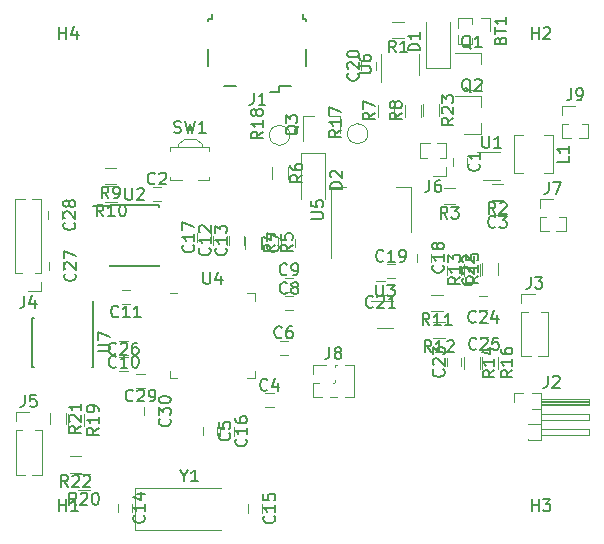
<source format=gbr>
%TF.GenerationSoftware,KiCad,Pcbnew,(5.1.12)-1*%
%TF.CreationDate,2021-12-23T20:15:37-08:00*%
%TF.ProjectId,frozen_stuff,66726f7a-656e-45f7-9374-7566662e6b69,rev?*%
%TF.SameCoordinates,Original*%
%TF.FileFunction,Legend,Top*%
%TF.FilePolarity,Positive*%
%FSLAX46Y46*%
G04 Gerber Fmt 4.6, Leading zero omitted, Abs format (unit mm)*
G04 Created by KiCad (PCBNEW (5.1.12)-1) date 2021-12-23 20:15:37*
%MOMM*%
%LPD*%
G01*
G04 APERTURE LIST*
%ADD10C,0.120000*%
%ADD11C,0.150000*%
G04 APERTURE END LIST*
D10*
%TO.C,R23*%
X195020000Y-88800000D02*
X195020000Y-87800000D01*
X196380000Y-87800000D02*
X196380000Y-88800000D01*
%TO.C,J9*%
X206790000Y-90665000D02*
X207592470Y-90665000D01*
X208207530Y-90665000D02*
X209010000Y-90665000D01*
X206790000Y-89460000D02*
X206790000Y-90665000D01*
X209010000Y-89460000D02*
X209010000Y-90665000D01*
X206790000Y-89460000D02*
X207336529Y-89460000D01*
X208463471Y-89460000D02*
X209010000Y-89460000D01*
X206790000Y-88700000D02*
X206790000Y-87940000D01*
X206790000Y-87940000D02*
X207900000Y-87940000D01*
%TO.C,J8*%
X185670000Y-112565000D02*
X186492470Y-112565000D01*
X188377530Y-112565000D02*
X189200000Y-112565000D01*
X187107530Y-112565000D02*
X187762470Y-112565000D01*
X185670000Y-111360000D02*
X185670000Y-112565000D01*
X189200000Y-109905000D02*
X189200000Y-112565000D01*
X185670000Y-111360000D02*
X186236529Y-111360000D01*
X187363471Y-111360000D02*
X187506529Y-111360000D01*
X187560000Y-111306529D02*
X187560000Y-111163471D01*
X187560000Y-110036529D02*
X187560000Y-109905000D01*
X187560000Y-109905000D02*
X187762470Y-109905000D01*
X188377530Y-109905000D02*
X189200000Y-109905000D01*
X185670000Y-110600000D02*
X185670000Y-109840000D01*
X185670000Y-109840000D02*
X186800000Y-109840000D01*
%TO.C,J7*%
X204890000Y-98565000D02*
X205692470Y-98565000D01*
X206307530Y-98565000D02*
X207110000Y-98565000D01*
X204890000Y-97360000D02*
X204890000Y-98565000D01*
X207110000Y-97360000D02*
X207110000Y-98565000D01*
X204890000Y-97360000D02*
X205436529Y-97360000D01*
X206563471Y-97360000D02*
X207110000Y-97360000D01*
X204890000Y-96600000D02*
X204890000Y-95840000D01*
X204890000Y-95840000D02*
X206000000Y-95840000D01*
%TO.C,J6*%
X197010000Y-91105000D02*
X196207530Y-91105000D01*
X195592470Y-91105000D02*
X194790000Y-91105000D01*
X197010000Y-92310000D02*
X197010000Y-91105000D01*
X194790000Y-92310000D02*
X194790000Y-91105000D01*
X197010000Y-92310000D02*
X196463471Y-92310000D01*
X195336529Y-92310000D02*
X194790000Y-92310000D01*
X197010000Y-93070000D02*
X197010000Y-93830000D01*
X197010000Y-93830000D02*
X195900000Y-93830000D01*
%TO.C,C28*%
X164480800Y-96830400D02*
X164480800Y-97530400D01*
X163280800Y-97530400D02*
X163280800Y-96830400D01*
%TO.C,J4*%
X162704800Y-95825000D02*
X161902330Y-95825000D01*
X161287270Y-95825000D02*
X160484800Y-95825000D01*
X162704800Y-102110000D02*
X162704800Y-95825000D01*
X160484800Y-102110000D02*
X160484800Y-95825000D01*
X162704800Y-102110000D02*
X162158271Y-102110000D01*
X161031329Y-102110000D02*
X160484800Y-102110000D01*
X162704800Y-102870000D02*
X162704800Y-103630000D01*
X162704800Y-103630000D02*
X161594800Y-103630000D01*
%TO.C,C5*%
X176412600Y-115828600D02*
X176412600Y-115128600D01*
X177612600Y-115128600D02*
X177612600Y-115828600D01*
%TO.C,R22*%
X166100000Y-118980000D02*
X165100000Y-118980000D01*
X165100000Y-117620000D02*
X166100000Y-117620000D01*
%TO.C,R21*%
X163454800Y-114901600D02*
X163454800Y-113901600D01*
X164814800Y-113901600D02*
X164814800Y-114901600D01*
%TO.C,R20*%
X165800000Y-119120000D02*
X166800000Y-119120000D01*
X166800000Y-120480000D02*
X165800000Y-120480000D01*
%TO.C,R19*%
X164978800Y-115054000D02*
X164978800Y-114054000D01*
X166338800Y-114054000D02*
X166338800Y-115054000D01*
%TO.C,J5*%
X160535600Y-119160600D02*
X161338070Y-119160600D01*
X161953130Y-119160600D02*
X162755600Y-119160600D01*
X160535600Y-115415600D02*
X160535600Y-119160600D01*
X162755600Y-115415600D02*
X162755600Y-119160600D01*
X160535600Y-115415600D02*
X161082129Y-115415600D01*
X162209071Y-115415600D02*
X162755600Y-115415600D01*
X160535600Y-114655600D02*
X160535600Y-113895600D01*
X160535600Y-113895600D02*
X161645600Y-113895600D01*
%TO.C,C30*%
X172558000Y-113442000D02*
X172558000Y-114142000D01*
X171358000Y-114142000D02*
X171358000Y-113442000D01*
%TO.C,C29*%
X171459600Y-111852000D02*
X170759600Y-111852000D01*
X170759600Y-110652000D02*
X171459600Y-110652000D01*
%TO.C,C27*%
X164531600Y-101148400D02*
X164531600Y-101848400D01*
X163331600Y-101848400D02*
X163331600Y-101148400D01*
%TO.C,C10*%
X169322000Y-107804000D02*
X170022000Y-107804000D01*
X170022000Y-109004000D02*
X169322000Y-109004000D01*
%TO.C,C26*%
X170022000Y-110391500D02*
X169322000Y-110391500D01*
X169322000Y-109191500D02*
X170022000Y-109191500D01*
%TO.C,C11*%
X169515000Y-103540000D02*
X170215000Y-103540000D01*
X170215000Y-104740000D02*
X169515000Y-104740000D01*
D11*
%TO.C,U7*%
X167053500Y-105875000D02*
X167053500Y-104475000D01*
X161953500Y-105875000D02*
X161953500Y-110025000D01*
X167103500Y-105875000D02*
X167103500Y-110025000D01*
X161953500Y-105875000D02*
X162098500Y-105875000D01*
X161953500Y-110025000D02*
X162098500Y-110025000D01*
X167103500Y-110025000D02*
X166958500Y-110025000D01*
X167103500Y-105875000D02*
X167053500Y-105875000D01*
D10*
%TO.C,R18*%
X182880000Y-89564000D02*
X182880000Y-89524000D01*
X183740000Y-90424000D02*
G75*
G03*
X183740000Y-90424000I-860000J0D01*
G01*
%TO.C,J3*%
X203360000Y-103888000D02*
X204470000Y-103888000D01*
X203360000Y-104648000D02*
X203360000Y-103888000D01*
X205033471Y-105408000D02*
X205580000Y-105408000D01*
X203360000Y-105408000D02*
X203906529Y-105408000D01*
X205580000Y-105408000D02*
X205580000Y-109153000D01*
X203360000Y-105408000D02*
X203360000Y-109153000D01*
X204777530Y-109153000D02*
X205580000Y-109153000D01*
X203360000Y-109153000D02*
X204162470Y-109153000D01*
%TO.C,R17*%
X189484000Y-89432000D02*
X189484000Y-89392000D01*
X190344000Y-90292000D02*
G75*
G03*
X190344000Y-90292000I-860000J0D01*
G01*
%TO.C,Y1*%
X170635000Y-123872400D02*
X177960000Y-123872400D01*
X170635000Y-120272400D02*
X170635000Y-123872400D01*
X177960000Y-120272400D02*
X170635000Y-120272400D01*
%TO.C,R3*%
X197761000Y-96257000D02*
X196761000Y-96257000D01*
X196761000Y-94897000D02*
X197761000Y-94897000D01*
%TO.C,C4*%
X182371000Y-113449000D02*
X181671000Y-113449000D01*
X181671000Y-112249000D02*
X182371000Y-112249000D01*
%TO.C,U3*%
X191100000Y-106770000D02*
X192500000Y-106770000D01*
X192500000Y-104450000D02*
X190600000Y-104450000D01*
%TO.C,R16*%
X201370000Y-109174000D02*
X201370000Y-110174000D01*
X200010000Y-110174000D02*
X200010000Y-109174000D01*
%TO.C,R15*%
X200010000Y-102216000D02*
X200010000Y-101216000D01*
X201370000Y-101216000D02*
X201370000Y-102216000D01*
%TO.C,R14*%
X199846000Y-109174000D02*
X199846000Y-110174000D01*
X198486000Y-110174000D02*
X198486000Y-109174000D01*
%TO.C,R13*%
X198486000Y-102300000D02*
X198486000Y-101300000D01*
X199846000Y-101300000D02*
X199846000Y-102300000D01*
%TO.C,R12*%
X196872000Y-107560000D02*
X195872000Y-107560000D01*
X195872000Y-106200000D02*
X196872000Y-106200000D01*
%TO.C,R11*%
X196702000Y-105274000D02*
X195702000Y-105274000D01*
X195702000Y-103914000D02*
X196702000Y-103914000D01*
%TO.C,C25*%
X199832000Y-106280000D02*
X200532000Y-106280000D01*
X200532000Y-107480000D02*
X199832000Y-107480000D01*
%TO.C,C24*%
X199766000Y-103994000D02*
X200466000Y-103994000D01*
X200466000Y-105194000D02*
X199766000Y-105194000D01*
%TO.C,C23*%
X198242000Y-109258000D02*
X198242000Y-109958000D01*
X197042000Y-109958000D02*
X197042000Y-109258000D01*
%TO.C,C22*%
X197042000Y-102216000D02*
X197042000Y-101516000D01*
X198242000Y-101516000D02*
X198242000Y-102216000D01*
%TO.C,C21*%
X191069000Y-102724000D02*
X191769000Y-102724000D01*
X191769000Y-103924000D02*
X191069000Y-103924000D01*
%TO.C,C12*%
X178430000Y-98973500D02*
X178430000Y-99673500D01*
X177230000Y-99673500D02*
X177230000Y-98973500D01*
%TO.C,SW1*%
X176940000Y-91452000D02*
X176940000Y-91742000D01*
X173640000Y-91452000D02*
X176940000Y-91452000D01*
X173640000Y-91742000D02*
X173640000Y-91452000D01*
X176940000Y-94242000D02*
X176940000Y-93952000D01*
X176940000Y-94242000D02*
X175940000Y-94242000D01*
X173640000Y-93952000D02*
X173640000Y-94242000D01*
X173640000Y-94242000D02*
X174640000Y-94242000D01*
X176290000Y-91132000D02*
X176290000Y-91452000D01*
X175790000Y-90752000D02*
X176290000Y-91132000D01*
X174790000Y-90752000D02*
X175790000Y-90752000D01*
X174290000Y-91132000D02*
X174290000Y-91452000D01*
X174790000Y-90752000D02*
X174290000Y-91132000D01*
%TO.C,R10*%
X169102000Y-96066500D02*
X168102000Y-96066500D01*
X168102000Y-94706500D02*
X169102000Y-94706500D01*
%TO.C,R9*%
X169059000Y-94542500D02*
X168059000Y-94542500D01*
X168059000Y-93182500D02*
X169059000Y-93182500D01*
%TO.C,Q2*%
X199926000Y-90299000D02*
X198466000Y-90299000D01*
X199926000Y-87139000D02*
X197766000Y-87139000D01*
X199926000Y-87139000D02*
X199926000Y-88069000D01*
X199926000Y-90299000D02*
X199926000Y-89369000D01*
%TO.C,U6*%
X191460000Y-83501000D02*
X191460000Y-85951000D01*
X194680000Y-85301000D02*
X194680000Y-83501000D01*
%TO.C,R8*%
X193533000Y-88838000D02*
X193533000Y-87838000D01*
X194893000Y-87838000D02*
X194893000Y-88838000D01*
%TO.C,R7*%
X191247000Y-88838000D02*
X191247000Y-87838000D01*
X192607000Y-87838000D02*
X192607000Y-88838000D01*
%TO.C,R6*%
X183580000Y-93100000D02*
X183580000Y-94100000D01*
X182220000Y-94100000D02*
X182220000Y-93100000D01*
%TO.C,Q3*%
X188016000Y-88775000D02*
X188016000Y-90235000D01*
X184856000Y-88775000D02*
X184856000Y-90935000D01*
X184856000Y-88775000D02*
X185786000Y-88775000D01*
X188016000Y-88775000D02*
X187086000Y-88775000D01*
%TO.C,D2*%
X186700000Y-91950000D02*
X186700000Y-95850000D01*
X184700000Y-91950000D02*
X184700000Y-95850000D01*
X186700000Y-91950000D02*
X184700000Y-91950000D01*
%TO.C,C20*%
X191003000Y-84178000D02*
X191003000Y-84878000D01*
X189803000Y-84878000D02*
X189803000Y-84178000D01*
%TO.C,C17*%
X177050000Y-98722000D02*
X177050000Y-99422000D01*
X175850000Y-99422000D02*
X175850000Y-98722000D01*
%TO.C,C16*%
X177809600Y-115843800D02*
X177809600Y-115143800D01*
X179009600Y-115143800D02*
X179009600Y-115843800D01*
%TO.C,C13*%
X179827000Y-98976000D02*
X179827000Y-99676000D01*
X178627000Y-99676000D02*
X178627000Y-98976000D01*
%TO.C,C9*%
X184022000Y-103670000D02*
X183322000Y-103670000D01*
X183322000Y-102470000D02*
X184022000Y-102470000D01*
%TO.C,C8*%
X184022000Y-105248000D02*
X183322000Y-105248000D01*
X183322000Y-104048000D02*
X184022000Y-104048000D01*
%TO.C,C7*%
X184208500Y-99164000D02*
X184208500Y-99864000D01*
X183008500Y-99864000D02*
X183008500Y-99164000D01*
%TO.C,C6*%
X183575000Y-109004000D02*
X182875000Y-109004000D01*
X182875000Y-107804000D02*
X183575000Y-107804000D01*
%TO.C,U5*%
X187217000Y-100835000D02*
X187217000Y-94825000D01*
X194037000Y-98585000D02*
X194037000Y-94825000D01*
X187217000Y-94825000D02*
X188477000Y-94825000D01*
X194037000Y-94825000D02*
X192777000Y-94825000D01*
%TO.C,U1*%
X200117000Y-94197000D02*
X201517000Y-94197000D01*
X201517000Y-91877000D02*
X199617000Y-91877000D01*
%TO.C,R2*%
X201825000Y-95876000D02*
X200825000Y-95876000D01*
X200825000Y-94516000D02*
X201825000Y-94516000D01*
%TO.C,R1*%
X193400000Y-82180000D02*
X192400000Y-82180000D01*
X192400000Y-80820000D02*
X193400000Y-80820000D01*
%TO.C,Q1*%
X199926000Y-86616000D02*
X198466000Y-86616000D01*
X199926000Y-83456000D02*
X197766000Y-83456000D01*
X199926000Y-83456000D02*
X199926000Y-84386000D01*
X199926000Y-86616000D02*
X199926000Y-85686000D01*
%TO.C,L1*%
X202749000Y-93645000D02*
X203473000Y-93645000D01*
X202749000Y-90397000D02*
X202749000Y-93645000D01*
X203473000Y-90397000D02*
X202749000Y-90397000D01*
X205997000Y-93645000D02*
X205273000Y-93645000D01*
X205997000Y-90397000D02*
X205997000Y-93645000D01*
X205273000Y-90397000D02*
X205997000Y-90397000D01*
D11*
%TO.C,J1*%
X179205000Y-86293000D02*
X178205000Y-86293000D01*
X182805000Y-86293000D02*
X183805000Y-86293000D01*
X182805000Y-86718000D02*
X182805000Y-86293000D01*
X182080000Y-86718000D02*
X182805000Y-86718000D01*
X176855000Y-83143000D02*
X176855000Y-84543000D01*
X176855000Y-80593000D02*
X176855000Y-80743000D01*
X177155000Y-80593000D02*
X176855000Y-80593000D01*
X177155000Y-80143000D02*
X177155000Y-80593000D01*
X184855000Y-80593000D02*
X184855000Y-80143000D01*
X185155000Y-80593000D02*
X184855000Y-80593000D01*
X185155000Y-80743000D02*
X185155000Y-80593000D01*
X185155000Y-84543000D02*
X185155000Y-83143000D01*
D10*
%TO.C,D1*%
X195300000Y-84750000D02*
X195300000Y-80850000D01*
X197300000Y-84750000D02*
X197300000Y-80850000D01*
X195300000Y-84750000D02*
X197300000Y-84750000D01*
%TO.C,C19*%
X192658000Y-102527000D02*
X191958000Y-102527000D01*
X191958000Y-101327000D02*
X192658000Y-101327000D01*
%TO.C,C18*%
X194502000Y-101134000D02*
X194502000Y-100434000D01*
X195702000Y-100434000D02*
X195702000Y-101134000D01*
%TO.C,C3*%
X200975000Y-95950000D02*
X201675000Y-95950000D01*
X201675000Y-97150000D02*
X200975000Y-97150000D01*
%TO.C,C1*%
X197550000Y-93006000D02*
X197550000Y-92306000D01*
X198750000Y-92306000D02*
X198750000Y-93006000D01*
%TO.C,BT1*%
X200688000Y-80497000D02*
X200688000Y-81607000D01*
X199928000Y-80497000D02*
X200688000Y-80497000D01*
X199168000Y-82170471D02*
X199168000Y-82717000D01*
X199168000Y-80497000D02*
X199168000Y-81043529D01*
X199168000Y-82717000D02*
X197963000Y-82717000D01*
X199168000Y-80497000D02*
X197963000Y-80497000D01*
X197963000Y-81914530D02*
X197963000Y-82717000D01*
X197963000Y-80497000D02*
X197963000Y-81299470D01*
%TO.C,R5*%
X182764500Y-99014000D02*
X182764500Y-100014000D01*
X181404500Y-100014000D02*
X181404500Y-99014000D01*
%TO.C,R4*%
X181304000Y-99014000D02*
X181304000Y-100014000D01*
X179944000Y-100014000D02*
X179944000Y-99014000D01*
%TO.C,C15*%
X180200000Y-122371600D02*
X180200000Y-121671600D01*
X181400000Y-121671600D02*
X181400000Y-122371600D01*
%TO.C,C14*%
X169173600Y-122320800D02*
X169173600Y-121620800D01*
X170373600Y-121620800D02*
X170373600Y-122320800D01*
%TO.C,C2*%
X172846000Y-95986500D02*
X172146000Y-95986500D01*
X172146000Y-94786500D02*
X172846000Y-94786500D01*
%TO.C,U4*%
X180155000Y-103778000D02*
X180805000Y-103778000D01*
X180805000Y-103778000D02*
X180805000Y-104428000D01*
X174235000Y-110998000D02*
X173585000Y-110998000D01*
X173585000Y-110998000D02*
X173585000Y-110348000D01*
X180155000Y-110998000D02*
X180805000Y-110998000D01*
X180805000Y-110998000D02*
X180805000Y-110348000D01*
X174235000Y-103778000D02*
X173585000Y-103778000D01*
D11*
%TO.C,U2*%
X168516000Y-96417500D02*
X167116000Y-96417500D01*
X168516000Y-101517500D02*
X172666000Y-101517500D01*
X168516000Y-96367500D02*
X172666000Y-96367500D01*
X168516000Y-101517500D02*
X168516000Y-101372500D01*
X172666000Y-101517500D02*
X172666000Y-101372500D01*
X172666000Y-96367500D02*
X172666000Y-96512500D01*
X168516000Y-96367500D02*
X168516000Y-96417500D01*
D10*
%TO.C,J2*%
X202724000Y-112216000D02*
X203484000Y-112216000D01*
X202724000Y-112976000D02*
X202724000Y-112216000D01*
X209044000Y-115776000D02*
X205044000Y-115776000D01*
X209044000Y-115256000D02*
X209044000Y-115776000D01*
X205044000Y-115256000D02*
X209044000Y-115256000D01*
X203924000Y-114865677D02*
X203924000Y-114896323D01*
X203924000Y-114881000D02*
X205044000Y-114881000D01*
X209044000Y-114506000D02*
X205044000Y-114506000D01*
X209044000Y-113986000D02*
X209044000Y-114506000D01*
X205044000Y-113986000D02*
X209044000Y-113986000D01*
X204244000Y-113611000D02*
X205044000Y-113611000D01*
X205044000Y-113136000D02*
X209044000Y-113136000D01*
X205044000Y-113016000D02*
X209044000Y-113016000D01*
X205044000Y-112896000D02*
X209044000Y-112896000D01*
X205044000Y-112776000D02*
X209044000Y-112776000D01*
X209044000Y-113236000D02*
X205044000Y-113236000D01*
X209044000Y-112716000D02*
X209044000Y-113236000D01*
X205044000Y-112716000D02*
X209044000Y-112716000D01*
X203924000Y-116211000D02*
X203924000Y-116135677D01*
X205044000Y-116211000D02*
X203924000Y-116211000D01*
X205044000Y-112281000D02*
X205044000Y-116211000D01*
X204244000Y-112281000D02*
X205044000Y-112281000D01*
%TO.C,R23*%
D11*
X197602380Y-88942857D02*
X197126190Y-89276190D01*
X197602380Y-89514285D02*
X196602380Y-89514285D01*
X196602380Y-89133333D01*
X196650000Y-89038095D01*
X196697619Y-88990476D01*
X196792857Y-88942857D01*
X196935714Y-88942857D01*
X197030952Y-88990476D01*
X197078571Y-89038095D01*
X197126190Y-89133333D01*
X197126190Y-89514285D01*
X196697619Y-88561904D02*
X196650000Y-88514285D01*
X196602380Y-88419047D01*
X196602380Y-88180952D01*
X196650000Y-88085714D01*
X196697619Y-88038095D01*
X196792857Y-87990476D01*
X196888095Y-87990476D01*
X197030952Y-88038095D01*
X197602380Y-88609523D01*
X197602380Y-87990476D01*
X196602380Y-87657142D02*
X196602380Y-87038095D01*
X196983333Y-87371428D01*
X196983333Y-87228571D01*
X197030952Y-87133333D01*
X197078571Y-87085714D01*
X197173809Y-87038095D01*
X197411904Y-87038095D01*
X197507142Y-87085714D01*
X197554761Y-87133333D01*
X197602380Y-87228571D01*
X197602380Y-87514285D01*
X197554761Y-87609523D01*
X197507142Y-87657142D01*
%TO.C,J9*%
X207566666Y-86457380D02*
X207566666Y-87171666D01*
X207519047Y-87314523D01*
X207423809Y-87409761D01*
X207280952Y-87457380D01*
X207185714Y-87457380D01*
X208090476Y-87457380D02*
X208280952Y-87457380D01*
X208376190Y-87409761D01*
X208423809Y-87362142D01*
X208519047Y-87219285D01*
X208566666Y-87028809D01*
X208566666Y-86647857D01*
X208519047Y-86552619D01*
X208471428Y-86505000D01*
X208376190Y-86457380D01*
X208185714Y-86457380D01*
X208090476Y-86505000D01*
X208042857Y-86552619D01*
X207995238Y-86647857D01*
X207995238Y-86885952D01*
X208042857Y-86981190D01*
X208090476Y-87028809D01*
X208185714Y-87076428D01*
X208376190Y-87076428D01*
X208471428Y-87028809D01*
X208519047Y-86981190D01*
X208566666Y-86885952D01*
%TO.C,J8*%
X187101666Y-108357380D02*
X187101666Y-109071666D01*
X187054047Y-109214523D01*
X186958809Y-109309761D01*
X186815952Y-109357380D01*
X186720714Y-109357380D01*
X187720714Y-108785952D02*
X187625476Y-108738333D01*
X187577857Y-108690714D01*
X187530238Y-108595476D01*
X187530238Y-108547857D01*
X187577857Y-108452619D01*
X187625476Y-108405000D01*
X187720714Y-108357380D01*
X187911190Y-108357380D01*
X188006428Y-108405000D01*
X188054047Y-108452619D01*
X188101666Y-108547857D01*
X188101666Y-108595476D01*
X188054047Y-108690714D01*
X188006428Y-108738333D01*
X187911190Y-108785952D01*
X187720714Y-108785952D01*
X187625476Y-108833571D01*
X187577857Y-108881190D01*
X187530238Y-108976428D01*
X187530238Y-109166904D01*
X187577857Y-109262142D01*
X187625476Y-109309761D01*
X187720714Y-109357380D01*
X187911190Y-109357380D01*
X188006428Y-109309761D01*
X188054047Y-109262142D01*
X188101666Y-109166904D01*
X188101666Y-108976428D01*
X188054047Y-108881190D01*
X188006428Y-108833571D01*
X187911190Y-108785952D01*
%TO.C,J7*%
X205666666Y-94357380D02*
X205666666Y-95071666D01*
X205619047Y-95214523D01*
X205523809Y-95309761D01*
X205380952Y-95357380D01*
X205285714Y-95357380D01*
X206047619Y-94357380D02*
X206714285Y-94357380D01*
X206285714Y-95357380D01*
%TO.C,J6*%
X195566666Y-94217380D02*
X195566666Y-94931666D01*
X195519047Y-95074523D01*
X195423809Y-95169761D01*
X195280952Y-95217380D01*
X195185714Y-95217380D01*
X196471428Y-94217380D02*
X196280952Y-94217380D01*
X196185714Y-94265000D01*
X196138095Y-94312619D01*
X196042857Y-94455476D01*
X195995238Y-94645952D01*
X195995238Y-95026904D01*
X196042857Y-95122142D01*
X196090476Y-95169761D01*
X196185714Y-95217380D01*
X196376190Y-95217380D01*
X196471428Y-95169761D01*
X196519047Y-95122142D01*
X196566666Y-95026904D01*
X196566666Y-94788809D01*
X196519047Y-94693571D01*
X196471428Y-94645952D01*
X196376190Y-94598333D01*
X196185714Y-94598333D01*
X196090476Y-94645952D01*
X196042857Y-94693571D01*
X195995238Y-94788809D01*
%TO.C,H4*%
X164238095Y-82252380D02*
X164238095Y-81252380D01*
X164238095Y-81728571D02*
X164809523Y-81728571D01*
X164809523Y-82252380D02*
X164809523Y-81252380D01*
X165714285Y-81585714D02*
X165714285Y-82252380D01*
X165476190Y-81204761D02*
X165238095Y-81919047D01*
X165857142Y-81919047D01*
%TO.C,H3*%
X204238095Y-122252380D02*
X204238095Y-121252380D01*
X204238095Y-121728571D02*
X204809523Y-121728571D01*
X204809523Y-122252380D02*
X204809523Y-121252380D01*
X205190476Y-121252380D02*
X205809523Y-121252380D01*
X205476190Y-121633333D01*
X205619047Y-121633333D01*
X205714285Y-121680952D01*
X205761904Y-121728571D01*
X205809523Y-121823809D01*
X205809523Y-122061904D01*
X205761904Y-122157142D01*
X205714285Y-122204761D01*
X205619047Y-122252380D01*
X205333333Y-122252380D01*
X205238095Y-122204761D01*
X205190476Y-122157142D01*
%TO.C,H2*%
X204238095Y-82252380D02*
X204238095Y-81252380D01*
X204238095Y-81728571D02*
X204809523Y-81728571D01*
X204809523Y-82252380D02*
X204809523Y-81252380D01*
X205238095Y-81347619D02*
X205285714Y-81300000D01*
X205380952Y-81252380D01*
X205619047Y-81252380D01*
X205714285Y-81300000D01*
X205761904Y-81347619D01*
X205809523Y-81442857D01*
X205809523Y-81538095D01*
X205761904Y-81680952D01*
X205190476Y-82252380D01*
X205809523Y-82252380D01*
%TO.C,H1*%
X164238095Y-122252380D02*
X164238095Y-121252380D01*
X164238095Y-121728571D02*
X164809523Y-121728571D01*
X164809523Y-122252380D02*
X164809523Y-121252380D01*
X165809523Y-122252380D02*
X165238095Y-122252380D01*
X165523809Y-122252380D02*
X165523809Y-121252380D01*
X165428571Y-121395238D01*
X165333333Y-121490476D01*
X165238095Y-121538095D01*
%TO.C,C28*%
X165487942Y-97823257D02*
X165535561Y-97870876D01*
X165583180Y-98013733D01*
X165583180Y-98108971D01*
X165535561Y-98251828D01*
X165440323Y-98347066D01*
X165345085Y-98394685D01*
X165154609Y-98442304D01*
X165011752Y-98442304D01*
X164821276Y-98394685D01*
X164726038Y-98347066D01*
X164630800Y-98251828D01*
X164583180Y-98108971D01*
X164583180Y-98013733D01*
X164630800Y-97870876D01*
X164678419Y-97823257D01*
X164678419Y-97442304D02*
X164630800Y-97394685D01*
X164583180Y-97299447D01*
X164583180Y-97061352D01*
X164630800Y-96966114D01*
X164678419Y-96918495D01*
X164773657Y-96870876D01*
X164868895Y-96870876D01*
X165011752Y-96918495D01*
X165583180Y-97489923D01*
X165583180Y-96870876D01*
X165011752Y-96299447D02*
X164964133Y-96394685D01*
X164916514Y-96442304D01*
X164821276Y-96489923D01*
X164773657Y-96489923D01*
X164678419Y-96442304D01*
X164630800Y-96394685D01*
X164583180Y-96299447D01*
X164583180Y-96108971D01*
X164630800Y-96013733D01*
X164678419Y-95966114D01*
X164773657Y-95918495D01*
X164821276Y-95918495D01*
X164916514Y-95966114D01*
X164964133Y-96013733D01*
X165011752Y-96108971D01*
X165011752Y-96299447D01*
X165059371Y-96394685D01*
X165106990Y-96442304D01*
X165202228Y-96489923D01*
X165392704Y-96489923D01*
X165487942Y-96442304D01*
X165535561Y-96394685D01*
X165583180Y-96299447D01*
X165583180Y-96108971D01*
X165535561Y-96013733D01*
X165487942Y-95966114D01*
X165392704Y-95918495D01*
X165202228Y-95918495D01*
X165106990Y-95966114D01*
X165059371Y-96013733D01*
X165011752Y-96108971D01*
%TO.C,J4*%
X161261466Y-104017380D02*
X161261466Y-104731666D01*
X161213847Y-104874523D01*
X161118609Y-104969761D01*
X160975752Y-105017380D01*
X160880514Y-105017380D01*
X162166228Y-104350714D02*
X162166228Y-105017380D01*
X161928133Y-103969761D02*
X161690038Y-104684047D01*
X162309085Y-104684047D01*
%TO.C,C5*%
X178619742Y-115645266D02*
X178667361Y-115692885D01*
X178714980Y-115835742D01*
X178714980Y-115930980D01*
X178667361Y-116073838D01*
X178572123Y-116169076D01*
X178476885Y-116216695D01*
X178286409Y-116264314D01*
X178143552Y-116264314D01*
X177953076Y-116216695D01*
X177857838Y-116169076D01*
X177762600Y-116073838D01*
X177714980Y-115930980D01*
X177714980Y-115835742D01*
X177762600Y-115692885D01*
X177810219Y-115645266D01*
X177714980Y-114740504D02*
X177714980Y-115216695D01*
X178191171Y-115264314D01*
X178143552Y-115216695D01*
X178095933Y-115121457D01*
X178095933Y-114883361D01*
X178143552Y-114788123D01*
X178191171Y-114740504D01*
X178286409Y-114692885D01*
X178524504Y-114692885D01*
X178619742Y-114740504D01*
X178667361Y-114788123D01*
X178714980Y-114883361D01*
X178714980Y-115121457D01*
X178667361Y-115216695D01*
X178619742Y-115264314D01*
%TO.C,R22*%
X164957142Y-120202380D02*
X164623809Y-119726190D01*
X164385714Y-120202380D02*
X164385714Y-119202380D01*
X164766666Y-119202380D01*
X164861904Y-119250000D01*
X164909523Y-119297619D01*
X164957142Y-119392857D01*
X164957142Y-119535714D01*
X164909523Y-119630952D01*
X164861904Y-119678571D01*
X164766666Y-119726190D01*
X164385714Y-119726190D01*
X165338095Y-119297619D02*
X165385714Y-119250000D01*
X165480952Y-119202380D01*
X165719047Y-119202380D01*
X165814285Y-119250000D01*
X165861904Y-119297619D01*
X165909523Y-119392857D01*
X165909523Y-119488095D01*
X165861904Y-119630952D01*
X165290476Y-120202380D01*
X165909523Y-120202380D01*
X166290476Y-119297619D02*
X166338095Y-119250000D01*
X166433333Y-119202380D01*
X166671428Y-119202380D01*
X166766666Y-119250000D01*
X166814285Y-119297619D01*
X166861904Y-119392857D01*
X166861904Y-119488095D01*
X166814285Y-119630952D01*
X166242857Y-120202380D01*
X166861904Y-120202380D01*
%TO.C,R21*%
X166037180Y-115044457D02*
X165560990Y-115377790D01*
X166037180Y-115615885D02*
X165037180Y-115615885D01*
X165037180Y-115234933D01*
X165084800Y-115139695D01*
X165132419Y-115092076D01*
X165227657Y-115044457D01*
X165370514Y-115044457D01*
X165465752Y-115092076D01*
X165513371Y-115139695D01*
X165560990Y-115234933D01*
X165560990Y-115615885D01*
X165132419Y-114663504D02*
X165084800Y-114615885D01*
X165037180Y-114520647D01*
X165037180Y-114282552D01*
X165084800Y-114187314D01*
X165132419Y-114139695D01*
X165227657Y-114092076D01*
X165322895Y-114092076D01*
X165465752Y-114139695D01*
X166037180Y-114711123D01*
X166037180Y-114092076D01*
X166037180Y-113139695D02*
X166037180Y-113711123D01*
X166037180Y-113425409D02*
X165037180Y-113425409D01*
X165180038Y-113520647D01*
X165275276Y-113615885D01*
X165322895Y-113711123D01*
%TO.C,R20*%
X165657142Y-121702380D02*
X165323809Y-121226190D01*
X165085714Y-121702380D02*
X165085714Y-120702380D01*
X165466666Y-120702380D01*
X165561904Y-120750000D01*
X165609523Y-120797619D01*
X165657142Y-120892857D01*
X165657142Y-121035714D01*
X165609523Y-121130952D01*
X165561904Y-121178571D01*
X165466666Y-121226190D01*
X165085714Y-121226190D01*
X166038095Y-120797619D02*
X166085714Y-120750000D01*
X166180952Y-120702380D01*
X166419047Y-120702380D01*
X166514285Y-120750000D01*
X166561904Y-120797619D01*
X166609523Y-120892857D01*
X166609523Y-120988095D01*
X166561904Y-121130952D01*
X165990476Y-121702380D01*
X166609523Y-121702380D01*
X167228571Y-120702380D02*
X167323809Y-120702380D01*
X167419047Y-120750000D01*
X167466666Y-120797619D01*
X167514285Y-120892857D01*
X167561904Y-121083333D01*
X167561904Y-121321428D01*
X167514285Y-121511904D01*
X167466666Y-121607142D01*
X167419047Y-121654761D01*
X167323809Y-121702380D01*
X167228571Y-121702380D01*
X167133333Y-121654761D01*
X167085714Y-121607142D01*
X167038095Y-121511904D01*
X166990476Y-121321428D01*
X166990476Y-121083333D01*
X167038095Y-120892857D01*
X167085714Y-120797619D01*
X167133333Y-120750000D01*
X167228571Y-120702380D01*
%TO.C,R19*%
X167561180Y-115196857D02*
X167084990Y-115530190D01*
X167561180Y-115768285D02*
X166561180Y-115768285D01*
X166561180Y-115387333D01*
X166608800Y-115292095D01*
X166656419Y-115244476D01*
X166751657Y-115196857D01*
X166894514Y-115196857D01*
X166989752Y-115244476D01*
X167037371Y-115292095D01*
X167084990Y-115387333D01*
X167084990Y-115768285D01*
X167561180Y-114244476D02*
X167561180Y-114815904D01*
X167561180Y-114530190D02*
X166561180Y-114530190D01*
X166704038Y-114625428D01*
X166799276Y-114720666D01*
X166846895Y-114815904D01*
X167561180Y-113768285D02*
X167561180Y-113577809D01*
X167513561Y-113482571D01*
X167465942Y-113434952D01*
X167323085Y-113339714D01*
X167132609Y-113292095D01*
X166751657Y-113292095D01*
X166656419Y-113339714D01*
X166608800Y-113387333D01*
X166561180Y-113482571D01*
X166561180Y-113673047D01*
X166608800Y-113768285D01*
X166656419Y-113815904D01*
X166751657Y-113863523D01*
X166989752Y-113863523D01*
X167084990Y-113815904D01*
X167132609Y-113768285D01*
X167180228Y-113673047D01*
X167180228Y-113482571D01*
X167132609Y-113387333D01*
X167084990Y-113339714D01*
X166989752Y-113292095D01*
%TO.C,J5*%
X161312266Y-112412980D02*
X161312266Y-113127266D01*
X161264647Y-113270123D01*
X161169409Y-113365361D01*
X161026552Y-113412980D01*
X160931314Y-113412980D01*
X162264647Y-112412980D02*
X161788457Y-112412980D01*
X161740838Y-112889171D01*
X161788457Y-112841552D01*
X161883695Y-112793933D01*
X162121790Y-112793933D01*
X162217028Y-112841552D01*
X162264647Y-112889171D01*
X162312266Y-112984409D01*
X162312266Y-113222504D01*
X162264647Y-113317742D01*
X162217028Y-113365361D01*
X162121790Y-113412980D01*
X161883695Y-113412980D01*
X161788457Y-113365361D01*
X161740838Y-113317742D01*
%TO.C,C30*%
X173565142Y-114434857D02*
X173612761Y-114482476D01*
X173660380Y-114625333D01*
X173660380Y-114720571D01*
X173612761Y-114863428D01*
X173517523Y-114958666D01*
X173422285Y-115006285D01*
X173231809Y-115053904D01*
X173088952Y-115053904D01*
X172898476Y-115006285D01*
X172803238Y-114958666D01*
X172708000Y-114863428D01*
X172660380Y-114720571D01*
X172660380Y-114625333D01*
X172708000Y-114482476D01*
X172755619Y-114434857D01*
X172660380Y-114101523D02*
X172660380Y-113482476D01*
X173041333Y-113815809D01*
X173041333Y-113672952D01*
X173088952Y-113577714D01*
X173136571Y-113530095D01*
X173231809Y-113482476D01*
X173469904Y-113482476D01*
X173565142Y-113530095D01*
X173612761Y-113577714D01*
X173660380Y-113672952D01*
X173660380Y-113958666D01*
X173612761Y-114053904D01*
X173565142Y-114101523D01*
X172660380Y-112863428D02*
X172660380Y-112768190D01*
X172708000Y-112672952D01*
X172755619Y-112625333D01*
X172850857Y-112577714D01*
X173041333Y-112530095D01*
X173279428Y-112530095D01*
X173469904Y-112577714D01*
X173565142Y-112625333D01*
X173612761Y-112672952D01*
X173660380Y-112768190D01*
X173660380Y-112863428D01*
X173612761Y-112958666D01*
X173565142Y-113006285D01*
X173469904Y-113053904D01*
X173279428Y-113101523D01*
X173041333Y-113101523D01*
X172850857Y-113053904D01*
X172755619Y-113006285D01*
X172708000Y-112958666D01*
X172660380Y-112863428D01*
%TO.C,C29*%
X170466742Y-112859142D02*
X170419123Y-112906761D01*
X170276266Y-112954380D01*
X170181028Y-112954380D01*
X170038171Y-112906761D01*
X169942933Y-112811523D01*
X169895314Y-112716285D01*
X169847695Y-112525809D01*
X169847695Y-112382952D01*
X169895314Y-112192476D01*
X169942933Y-112097238D01*
X170038171Y-112002000D01*
X170181028Y-111954380D01*
X170276266Y-111954380D01*
X170419123Y-112002000D01*
X170466742Y-112049619D01*
X170847695Y-112049619D02*
X170895314Y-112002000D01*
X170990552Y-111954380D01*
X171228647Y-111954380D01*
X171323885Y-112002000D01*
X171371504Y-112049619D01*
X171419123Y-112144857D01*
X171419123Y-112240095D01*
X171371504Y-112382952D01*
X170800076Y-112954380D01*
X171419123Y-112954380D01*
X171895314Y-112954380D02*
X172085790Y-112954380D01*
X172181028Y-112906761D01*
X172228647Y-112859142D01*
X172323885Y-112716285D01*
X172371504Y-112525809D01*
X172371504Y-112144857D01*
X172323885Y-112049619D01*
X172276266Y-112002000D01*
X172181028Y-111954380D01*
X171990552Y-111954380D01*
X171895314Y-112002000D01*
X171847695Y-112049619D01*
X171800076Y-112144857D01*
X171800076Y-112382952D01*
X171847695Y-112478190D01*
X171895314Y-112525809D01*
X171990552Y-112573428D01*
X172181028Y-112573428D01*
X172276266Y-112525809D01*
X172323885Y-112478190D01*
X172371504Y-112382952D01*
%TO.C,C27*%
X165538742Y-102141257D02*
X165586361Y-102188876D01*
X165633980Y-102331733D01*
X165633980Y-102426971D01*
X165586361Y-102569828D01*
X165491123Y-102665066D01*
X165395885Y-102712685D01*
X165205409Y-102760304D01*
X165062552Y-102760304D01*
X164872076Y-102712685D01*
X164776838Y-102665066D01*
X164681600Y-102569828D01*
X164633980Y-102426971D01*
X164633980Y-102331733D01*
X164681600Y-102188876D01*
X164729219Y-102141257D01*
X164729219Y-101760304D02*
X164681600Y-101712685D01*
X164633980Y-101617447D01*
X164633980Y-101379352D01*
X164681600Y-101284114D01*
X164729219Y-101236495D01*
X164824457Y-101188876D01*
X164919695Y-101188876D01*
X165062552Y-101236495D01*
X165633980Y-101807923D01*
X165633980Y-101188876D01*
X164633980Y-100855542D02*
X164633980Y-100188876D01*
X165633980Y-100617447D01*
%TO.C,C10*%
X169029142Y-110011142D02*
X168981523Y-110058761D01*
X168838666Y-110106380D01*
X168743428Y-110106380D01*
X168600571Y-110058761D01*
X168505333Y-109963523D01*
X168457714Y-109868285D01*
X168410095Y-109677809D01*
X168410095Y-109534952D01*
X168457714Y-109344476D01*
X168505333Y-109249238D01*
X168600571Y-109154000D01*
X168743428Y-109106380D01*
X168838666Y-109106380D01*
X168981523Y-109154000D01*
X169029142Y-109201619D01*
X169981523Y-110106380D02*
X169410095Y-110106380D01*
X169695809Y-110106380D02*
X169695809Y-109106380D01*
X169600571Y-109249238D01*
X169505333Y-109344476D01*
X169410095Y-109392095D01*
X170600571Y-109106380D02*
X170695809Y-109106380D01*
X170791047Y-109154000D01*
X170838666Y-109201619D01*
X170886285Y-109296857D01*
X170933904Y-109487333D01*
X170933904Y-109725428D01*
X170886285Y-109915904D01*
X170838666Y-110011142D01*
X170791047Y-110058761D01*
X170695809Y-110106380D01*
X170600571Y-110106380D01*
X170505333Y-110058761D01*
X170457714Y-110011142D01*
X170410095Y-109915904D01*
X170362476Y-109725428D01*
X170362476Y-109487333D01*
X170410095Y-109296857D01*
X170457714Y-109201619D01*
X170505333Y-109154000D01*
X170600571Y-109106380D01*
%TO.C,C26*%
X169029142Y-108898642D02*
X168981523Y-108946261D01*
X168838666Y-108993880D01*
X168743428Y-108993880D01*
X168600571Y-108946261D01*
X168505333Y-108851023D01*
X168457714Y-108755785D01*
X168410095Y-108565309D01*
X168410095Y-108422452D01*
X168457714Y-108231976D01*
X168505333Y-108136738D01*
X168600571Y-108041500D01*
X168743428Y-107993880D01*
X168838666Y-107993880D01*
X168981523Y-108041500D01*
X169029142Y-108089119D01*
X169410095Y-108089119D02*
X169457714Y-108041500D01*
X169552952Y-107993880D01*
X169791047Y-107993880D01*
X169886285Y-108041500D01*
X169933904Y-108089119D01*
X169981523Y-108184357D01*
X169981523Y-108279595D01*
X169933904Y-108422452D01*
X169362476Y-108993880D01*
X169981523Y-108993880D01*
X170838666Y-107993880D02*
X170648190Y-107993880D01*
X170552952Y-108041500D01*
X170505333Y-108089119D01*
X170410095Y-108231976D01*
X170362476Y-108422452D01*
X170362476Y-108803404D01*
X170410095Y-108898642D01*
X170457714Y-108946261D01*
X170552952Y-108993880D01*
X170743428Y-108993880D01*
X170838666Y-108946261D01*
X170886285Y-108898642D01*
X170933904Y-108803404D01*
X170933904Y-108565309D01*
X170886285Y-108470071D01*
X170838666Y-108422452D01*
X170743428Y-108374833D01*
X170552952Y-108374833D01*
X170457714Y-108422452D01*
X170410095Y-108470071D01*
X170362476Y-108565309D01*
%TO.C,C11*%
X169222142Y-105747142D02*
X169174523Y-105794761D01*
X169031666Y-105842380D01*
X168936428Y-105842380D01*
X168793571Y-105794761D01*
X168698333Y-105699523D01*
X168650714Y-105604285D01*
X168603095Y-105413809D01*
X168603095Y-105270952D01*
X168650714Y-105080476D01*
X168698333Y-104985238D01*
X168793571Y-104890000D01*
X168936428Y-104842380D01*
X169031666Y-104842380D01*
X169174523Y-104890000D01*
X169222142Y-104937619D01*
X170174523Y-105842380D02*
X169603095Y-105842380D01*
X169888809Y-105842380D02*
X169888809Y-104842380D01*
X169793571Y-104985238D01*
X169698333Y-105080476D01*
X169603095Y-105128095D01*
X171126904Y-105842380D02*
X170555476Y-105842380D01*
X170841190Y-105842380D02*
X170841190Y-104842380D01*
X170745952Y-104985238D01*
X170650714Y-105080476D01*
X170555476Y-105128095D01*
%TO.C,U7*%
X167480880Y-108711904D02*
X168290404Y-108711904D01*
X168385642Y-108664285D01*
X168433261Y-108616666D01*
X168480880Y-108521428D01*
X168480880Y-108330952D01*
X168433261Y-108235714D01*
X168385642Y-108188095D01*
X168290404Y-108140476D01*
X167480880Y-108140476D01*
X167480880Y-107759523D02*
X167480880Y-107092857D01*
X168480880Y-107521428D01*
%TO.C,R18*%
X181472380Y-90116857D02*
X180996190Y-90450190D01*
X181472380Y-90688285D02*
X180472380Y-90688285D01*
X180472380Y-90307333D01*
X180520000Y-90212095D01*
X180567619Y-90164476D01*
X180662857Y-90116857D01*
X180805714Y-90116857D01*
X180900952Y-90164476D01*
X180948571Y-90212095D01*
X180996190Y-90307333D01*
X180996190Y-90688285D01*
X181472380Y-89164476D02*
X181472380Y-89735904D01*
X181472380Y-89450190D02*
X180472380Y-89450190D01*
X180615238Y-89545428D01*
X180710476Y-89640666D01*
X180758095Y-89735904D01*
X180900952Y-88593047D02*
X180853333Y-88688285D01*
X180805714Y-88735904D01*
X180710476Y-88783523D01*
X180662857Y-88783523D01*
X180567619Y-88735904D01*
X180520000Y-88688285D01*
X180472380Y-88593047D01*
X180472380Y-88402571D01*
X180520000Y-88307333D01*
X180567619Y-88259714D01*
X180662857Y-88212095D01*
X180710476Y-88212095D01*
X180805714Y-88259714D01*
X180853333Y-88307333D01*
X180900952Y-88402571D01*
X180900952Y-88593047D01*
X180948571Y-88688285D01*
X180996190Y-88735904D01*
X181091428Y-88783523D01*
X181281904Y-88783523D01*
X181377142Y-88735904D01*
X181424761Y-88688285D01*
X181472380Y-88593047D01*
X181472380Y-88402571D01*
X181424761Y-88307333D01*
X181377142Y-88259714D01*
X181281904Y-88212095D01*
X181091428Y-88212095D01*
X180996190Y-88259714D01*
X180948571Y-88307333D01*
X180900952Y-88402571D01*
%TO.C,J3*%
X204136666Y-102405380D02*
X204136666Y-103119666D01*
X204089047Y-103262523D01*
X203993809Y-103357761D01*
X203850952Y-103405380D01*
X203755714Y-103405380D01*
X204517619Y-102405380D02*
X205136666Y-102405380D01*
X204803333Y-102786333D01*
X204946190Y-102786333D01*
X205041428Y-102833952D01*
X205089047Y-102881571D01*
X205136666Y-102976809D01*
X205136666Y-103214904D01*
X205089047Y-103310142D01*
X205041428Y-103357761D01*
X204946190Y-103405380D01*
X204660476Y-103405380D01*
X204565238Y-103357761D01*
X204517619Y-103310142D01*
%TO.C,R17*%
X188076380Y-89984857D02*
X187600190Y-90318190D01*
X188076380Y-90556285D02*
X187076380Y-90556285D01*
X187076380Y-90175333D01*
X187124000Y-90080095D01*
X187171619Y-90032476D01*
X187266857Y-89984857D01*
X187409714Y-89984857D01*
X187504952Y-90032476D01*
X187552571Y-90080095D01*
X187600190Y-90175333D01*
X187600190Y-90556285D01*
X188076380Y-89032476D02*
X188076380Y-89603904D01*
X188076380Y-89318190D02*
X187076380Y-89318190D01*
X187219238Y-89413428D01*
X187314476Y-89508666D01*
X187362095Y-89603904D01*
X187076380Y-88699142D02*
X187076380Y-88032476D01*
X188076380Y-88461047D01*
%TO.C,Y1*%
X174783809Y-119248590D02*
X174783809Y-119724780D01*
X174450476Y-118724780D02*
X174783809Y-119248590D01*
X175117142Y-118724780D01*
X175974285Y-119724780D02*
X175402857Y-119724780D01*
X175688571Y-119724780D02*
X175688571Y-118724780D01*
X175593333Y-118867638D01*
X175498095Y-118962876D01*
X175402857Y-119010495D01*
%TO.C,R3*%
X197094333Y-97479380D02*
X196761000Y-97003190D01*
X196522904Y-97479380D02*
X196522904Y-96479380D01*
X196903857Y-96479380D01*
X196999095Y-96527000D01*
X197046714Y-96574619D01*
X197094333Y-96669857D01*
X197094333Y-96812714D01*
X197046714Y-96907952D01*
X196999095Y-96955571D01*
X196903857Y-97003190D01*
X196522904Y-97003190D01*
X197427666Y-96479380D02*
X198046714Y-96479380D01*
X197713380Y-96860333D01*
X197856238Y-96860333D01*
X197951476Y-96907952D01*
X197999095Y-96955571D01*
X198046714Y-97050809D01*
X198046714Y-97288904D01*
X197999095Y-97384142D01*
X197951476Y-97431761D01*
X197856238Y-97479380D01*
X197570523Y-97479380D01*
X197475285Y-97431761D01*
X197427666Y-97384142D01*
%TO.C,C4*%
X181854333Y-111956142D02*
X181806714Y-112003761D01*
X181663857Y-112051380D01*
X181568619Y-112051380D01*
X181425761Y-112003761D01*
X181330523Y-111908523D01*
X181282904Y-111813285D01*
X181235285Y-111622809D01*
X181235285Y-111479952D01*
X181282904Y-111289476D01*
X181330523Y-111194238D01*
X181425761Y-111099000D01*
X181568619Y-111051380D01*
X181663857Y-111051380D01*
X181806714Y-111099000D01*
X181854333Y-111146619D01*
X182711476Y-111384714D02*
X182711476Y-112051380D01*
X182473380Y-111003761D02*
X182235285Y-111718047D01*
X182854333Y-111718047D01*
%TO.C,U3*%
X191038095Y-103062380D02*
X191038095Y-103871904D01*
X191085714Y-103967142D01*
X191133333Y-104014761D01*
X191228571Y-104062380D01*
X191419047Y-104062380D01*
X191514285Y-104014761D01*
X191561904Y-103967142D01*
X191609523Y-103871904D01*
X191609523Y-103062380D01*
X191990476Y-103062380D02*
X192609523Y-103062380D01*
X192276190Y-103443333D01*
X192419047Y-103443333D01*
X192514285Y-103490952D01*
X192561904Y-103538571D01*
X192609523Y-103633809D01*
X192609523Y-103871904D01*
X192561904Y-103967142D01*
X192514285Y-104014761D01*
X192419047Y-104062380D01*
X192133333Y-104062380D01*
X192038095Y-104014761D01*
X191990476Y-103967142D01*
%TO.C,R16*%
X202592380Y-110316857D02*
X202116190Y-110650190D01*
X202592380Y-110888285D02*
X201592380Y-110888285D01*
X201592380Y-110507333D01*
X201640000Y-110412095D01*
X201687619Y-110364476D01*
X201782857Y-110316857D01*
X201925714Y-110316857D01*
X202020952Y-110364476D01*
X202068571Y-110412095D01*
X202116190Y-110507333D01*
X202116190Y-110888285D01*
X202592380Y-109364476D02*
X202592380Y-109935904D01*
X202592380Y-109650190D02*
X201592380Y-109650190D01*
X201735238Y-109745428D01*
X201830476Y-109840666D01*
X201878095Y-109935904D01*
X201592380Y-108507333D02*
X201592380Y-108697809D01*
X201640000Y-108793047D01*
X201687619Y-108840666D01*
X201830476Y-108935904D01*
X202020952Y-108983523D01*
X202401904Y-108983523D01*
X202497142Y-108935904D01*
X202544761Y-108888285D01*
X202592380Y-108793047D01*
X202592380Y-108602571D01*
X202544761Y-108507333D01*
X202497142Y-108459714D01*
X202401904Y-108412095D01*
X202163809Y-108412095D01*
X202068571Y-108459714D01*
X202020952Y-108507333D01*
X201973333Y-108602571D01*
X201973333Y-108793047D01*
X202020952Y-108888285D01*
X202068571Y-108935904D01*
X202163809Y-108983523D01*
%TO.C,R15*%
X199692380Y-102358857D02*
X199216190Y-102692190D01*
X199692380Y-102930285D02*
X198692380Y-102930285D01*
X198692380Y-102549333D01*
X198740000Y-102454095D01*
X198787619Y-102406476D01*
X198882857Y-102358857D01*
X199025714Y-102358857D01*
X199120952Y-102406476D01*
X199168571Y-102454095D01*
X199216190Y-102549333D01*
X199216190Y-102930285D01*
X199692380Y-101406476D02*
X199692380Y-101977904D01*
X199692380Y-101692190D02*
X198692380Y-101692190D01*
X198835238Y-101787428D01*
X198930476Y-101882666D01*
X198978095Y-101977904D01*
X198692380Y-100501714D02*
X198692380Y-100977904D01*
X199168571Y-101025523D01*
X199120952Y-100977904D01*
X199073333Y-100882666D01*
X199073333Y-100644571D01*
X199120952Y-100549333D01*
X199168571Y-100501714D01*
X199263809Y-100454095D01*
X199501904Y-100454095D01*
X199597142Y-100501714D01*
X199644761Y-100549333D01*
X199692380Y-100644571D01*
X199692380Y-100882666D01*
X199644761Y-100977904D01*
X199597142Y-101025523D01*
%TO.C,R14*%
X201068380Y-110316857D02*
X200592190Y-110650190D01*
X201068380Y-110888285D02*
X200068380Y-110888285D01*
X200068380Y-110507333D01*
X200116000Y-110412095D01*
X200163619Y-110364476D01*
X200258857Y-110316857D01*
X200401714Y-110316857D01*
X200496952Y-110364476D01*
X200544571Y-110412095D01*
X200592190Y-110507333D01*
X200592190Y-110888285D01*
X201068380Y-109364476D02*
X201068380Y-109935904D01*
X201068380Y-109650190D02*
X200068380Y-109650190D01*
X200211238Y-109745428D01*
X200306476Y-109840666D01*
X200354095Y-109935904D01*
X200401714Y-108507333D02*
X201068380Y-108507333D01*
X200020761Y-108745428D02*
X200735047Y-108983523D01*
X200735047Y-108364476D01*
%TO.C,R13*%
X198168380Y-102442857D02*
X197692190Y-102776190D01*
X198168380Y-103014285D02*
X197168380Y-103014285D01*
X197168380Y-102633333D01*
X197216000Y-102538095D01*
X197263619Y-102490476D01*
X197358857Y-102442857D01*
X197501714Y-102442857D01*
X197596952Y-102490476D01*
X197644571Y-102538095D01*
X197692190Y-102633333D01*
X197692190Y-103014285D01*
X198168380Y-101490476D02*
X198168380Y-102061904D01*
X198168380Y-101776190D02*
X197168380Y-101776190D01*
X197311238Y-101871428D01*
X197406476Y-101966666D01*
X197454095Y-102061904D01*
X197168380Y-101157142D02*
X197168380Y-100538095D01*
X197549333Y-100871428D01*
X197549333Y-100728571D01*
X197596952Y-100633333D01*
X197644571Y-100585714D01*
X197739809Y-100538095D01*
X197977904Y-100538095D01*
X198073142Y-100585714D01*
X198120761Y-100633333D01*
X198168380Y-100728571D01*
X198168380Y-101014285D01*
X198120761Y-101109523D01*
X198073142Y-101157142D01*
%TO.C,R12*%
X195729142Y-108782380D02*
X195395809Y-108306190D01*
X195157714Y-108782380D02*
X195157714Y-107782380D01*
X195538666Y-107782380D01*
X195633904Y-107830000D01*
X195681523Y-107877619D01*
X195729142Y-107972857D01*
X195729142Y-108115714D01*
X195681523Y-108210952D01*
X195633904Y-108258571D01*
X195538666Y-108306190D01*
X195157714Y-108306190D01*
X196681523Y-108782380D02*
X196110095Y-108782380D01*
X196395809Y-108782380D02*
X196395809Y-107782380D01*
X196300571Y-107925238D01*
X196205333Y-108020476D01*
X196110095Y-108068095D01*
X197062476Y-107877619D02*
X197110095Y-107830000D01*
X197205333Y-107782380D01*
X197443428Y-107782380D01*
X197538666Y-107830000D01*
X197586285Y-107877619D01*
X197633904Y-107972857D01*
X197633904Y-108068095D01*
X197586285Y-108210952D01*
X197014857Y-108782380D01*
X197633904Y-108782380D01*
%TO.C,R11*%
X195559142Y-106496380D02*
X195225809Y-106020190D01*
X194987714Y-106496380D02*
X194987714Y-105496380D01*
X195368666Y-105496380D01*
X195463904Y-105544000D01*
X195511523Y-105591619D01*
X195559142Y-105686857D01*
X195559142Y-105829714D01*
X195511523Y-105924952D01*
X195463904Y-105972571D01*
X195368666Y-106020190D01*
X194987714Y-106020190D01*
X196511523Y-106496380D02*
X195940095Y-106496380D01*
X196225809Y-106496380D02*
X196225809Y-105496380D01*
X196130571Y-105639238D01*
X196035333Y-105734476D01*
X195940095Y-105782095D01*
X197463904Y-106496380D02*
X196892476Y-106496380D01*
X197178190Y-106496380D02*
X197178190Y-105496380D01*
X197082952Y-105639238D01*
X196987714Y-105734476D01*
X196892476Y-105782095D01*
%TO.C,C25*%
X199539142Y-108487142D02*
X199491523Y-108534761D01*
X199348666Y-108582380D01*
X199253428Y-108582380D01*
X199110571Y-108534761D01*
X199015333Y-108439523D01*
X198967714Y-108344285D01*
X198920095Y-108153809D01*
X198920095Y-108010952D01*
X198967714Y-107820476D01*
X199015333Y-107725238D01*
X199110571Y-107630000D01*
X199253428Y-107582380D01*
X199348666Y-107582380D01*
X199491523Y-107630000D01*
X199539142Y-107677619D01*
X199920095Y-107677619D02*
X199967714Y-107630000D01*
X200062952Y-107582380D01*
X200301047Y-107582380D01*
X200396285Y-107630000D01*
X200443904Y-107677619D01*
X200491523Y-107772857D01*
X200491523Y-107868095D01*
X200443904Y-108010952D01*
X199872476Y-108582380D01*
X200491523Y-108582380D01*
X201396285Y-107582380D02*
X200920095Y-107582380D01*
X200872476Y-108058571D01*
X200920095Y-108010952D01*
X201015333Y-107963333D01*
X201253428Y-107963333D01*
X201348666Y-108010952D01*
X201396285Y-108058571D01*
X201443904Y-108153809D01*
X201443904Y-108391904D01*
X201396285Y-108487142D01*
X201348666Y-108534761D01*
X201253428Y-108582380D01*
X201015333Y-108582380D01*
X200920095Y-108534761D01*
X200872476Y-108487142D01*
%TO.C,C24*%
X199473142Y-106201142D02*
X199425523Y-106248761D01*
X199282666Y-106296380D01*
X199187428Y-106296380D01*
X199044571Y-106248761D01*
X198949333Y-106153523D01*
X198901714Y-106058285D01*
X198854095Y-105867809D01*
X198854095Y-105724952D01*
X198901714Y-105534476D01*
X198949333Y-105439238D01*
X199044571Y-105344000D01*
X199187428Y-105296380D01*
X199282666Y-105296380D01*
X199425523Y-105344000D01*
X199473142Y-105391619D01*
X199854095Y-105391619D02*
X199901714Y-105344000D01*
X199996952Y-105296380D01*
X200235047Y-105296380D01*
X200330285Y-105344000D01*
X200377904Y-105391619D01*
X200425523Y-105486857D01*
X200425523Y-105582095D01*
X200377904Y-105724952D01*
X199806476Y-106296380D01*
X200425523Y-106296380D01*
X201282666Y-105629714D02*
X201282666Y-106296380D01*
X201044571Y-105248761D02*
X200806476Y-105963047D01*
X201425523Y-105963047D01*
%TO.C,C23*%
X196749142Y-110250857D02*
X196796761Y-110298476D01*
X196844380Y-110441333D01*
X196844380Y-110536571D01*
X196796761Y-110679428D01*
X196701523Y-110774666D01*
X196606285Y-110822285D01*
X196415809Y-110869904D01*
X196272952Y-110869904D01*
X196082476Y-110822285D01*
X195987238Y-110774666D01*
X195892000Y-110679428D01*
X195844380Y-110536571D01*
X195844380Y-110441333D01*
X195892000Y-110298476D01*
X195939619Y-110250857D01*
X195939619Y-109869904D02*
X195892000Y-109822285D01*
X195844380Y-109727047D01*
X195844380Y-109488952D01*
X195892000Y-109393714D01*
X195939619Y-109346095D01*
X196034857Y-109298476D01*
X196130095Y-109298476D01*
X196272952Y-109346095D01*
X196844380Y-109917523D01*
X196844380Y-109298476D01*
X195844380Y-108965142D02*
X195844380Y-108346095D01*
X196225333Y-108679428D01*
X196225333Y-108536571D01*
X196272952Y-108441333D01*
X196320571Y-108393714D01*
X196415809Y-108346095D01*
X196653904Y-108346095D01*
X196749142Y-108393714D01*
X196796761Y-108441333D01*
X196844380Y-108536571D01*
X196844380Y-108822285D01*
X196796761Y-108917523D01*
X196749142Y-108965142D01*
%TO.C,C22*%
X199249142Y-102508857D02*
X199296761Y-102556476D01*
X199344380Y-102699333D01*
X199344380Y-102794571D01*
X199296761Y-102937428D01*
X199201523Y-103032666D01*
X199106285Y-103080285D01*
X198915809Y-103127904D01*
X198772952Y-103127904D01*
X198582476Y-103080285D01*
X198487238Y-103032666D01*
X198392000Y-102937428D01*
X198344380Y-102794571D01*
X198344380Y-102699333D01*
X198392000Y-102556476D01*
X198439619Y-102508857D01*
X198439619Y-102127904D02*
X198392000Y-102080285D01*
X198344380Y-101985047D01*
X198344380Y-101746952D01*
X198392000Y-101651714D01*
X198439619Y-101604095D01*
X198534857Y-101556476D01*
X198630095Y-101556476D01*
X198772952Y-101604095D01*
X199344380Y-102175523D01*
X199344380Y-101556476D01*
X198439619Y-101175523D02*
X198392000Y-101127904D01*
X198344380Y-101032666D01*
X198344380Y-100794571D01*
X198392000Y-100699333D01*
X198439619Y-100651714D01*
X198534857Y-100604095D01*
X198630095Y-100604095D01*
X198772952Y-100651714D01*
X199344380Y-101223142D01*
X199344380Y-100604095D01*
%TO.C,C21*%
X190776142Y-104931142D02*
X190728523Y-104978761D01*
X190585666Y-105026380D01*
X190490428Y-105026380D01*
X190347571Y-104978761D01*
X190252333Y-104883523D01*
X190204714Y-104788285D01*
X190157095Y-104597809D01*
X190157095Y-104454952D01*
X190204714Y-104264476D01*
X190252333Y-104169238D01*
X190347571Y-104074000D01*
X190490428Y-104026380D01*
X190585666Y-104026380D01*
X190728523Y-104074000D01*
X190776142Y-104121619D01*
X191157095Y-104121619D02*
X191204714Y-104074000D01*
X191299952Y-104026380D01*
X191538047Y-104026380D01*
X191633285Y-104074000D01*
X191680904Y-104121619D01*
X191728523Y-104216857D01*
X191728523Y-104312095D01*
X191680904Y-104454952D01*
X191109476Y-105026380D01*
X191728523Y-105026380D01*
X192680904Y-105026380D02*
X192109476Y-105026380D01*
X192395190Y-105026380D02*
X192395190Y-104026380D01*
X192299952Y-104169238D01*
X192204714Y-104264476D01*
X192109476Y-104312095D01*
%TO.C,C12*%
X176937142Y-99966357D02*
X176984761Y-100013976D01*
X177032380Y-100156833D01*
X177032380Y-100252071D01*
X176984761Y-100394928D01*
X176889523Y-100490166D01*
X176794285Y-100537785D01*
X176603809Y-100585404D01*
X176460952Y-100585404D01*
X176270476Y-100537785D01*
X176175238Y-100490166D01*
X176080000Y-100394928D01*
X176032380Y-100252071D01*
X176032380Y-100156833D01*
X176080000Y-100013976D01*
X176127619Y-99966357D01*
X177032380Y-99013976D02*
X177032380Y-99585404D01*
X177032380Y-99299690D02*
X176032380Y-99299690D01*
X176175238Y-99394928D01*
X176270476Y-99490166D01*
X176318095Y-99585404D01*
X176127619Y-98633023D02*
X176080000Y-98585404D01*
X176032380Y-98490166D01*
X176032380Y-98252071D01*
X176080000Y-98156833D01*
X176127619Y-98109214D01*
X176222857Y-98061595D01*
X176318095Y-98061595D01*
X176460952Y-98109214D01*
X177032380Y-98680642D01*
X177032380Y-98061595D01*
%TO.C,SW1*%
X173956666Y-90176761D02*
X174099523Y-90224380D01*
X174337619Y-90224380D01*
X174432857Y-90176761D01*
X174480476Y-90129142D01*
X174528095Y-90033904D01*
X174528095Y-89938666D01*
X174480476Y-89843428D01*
X174432857Y-89795809D01*
X174337619Y-89748190D01*
X174147142Y-89700571D01*
X174051904Y-89652952D01*
X174004285Y-89605333D01*
X173956666Y-89510095D01*
X173956666Y-89414857D01*
X174004285Y-89319619D01*
X174051904Y-89272000D01*
X174147142Y-89224380D01*
X174385238Y-89224380D01*
X174528095Y-89272000D01*
X174861428Y-89224380D02*
X175099523Y-90224380D01*
X175290000Y-89510095D01*
X175480476Y-90224380D01*
X175718571Y-89224380D01*
X176623333Y-90224380D02*
X176051904Y-90224380D01*
X176337619Y-90224380D02*
X176337619Y-89224380D01*
X176242380Y-89367238D01*
X176147142Y-89462476D01*
X176051904Y-89510095D01*
%TO.C,R10*%
X167959142Y-97288880D02*
X167625809Y-96812690D01*
X167387714Y-97288880D02*
X167387714Y-96288880D01*
X167768666Y-96288880D01*
X167863904Y-96336500D01*
X167911523Y-96384119D01*
X167959142Y-96479357D01*
X167959142Y-96622214D01*
X167911523Y-96717452D01*
X167863904Y-96765071D01*
X167768666Y-96812690D01*
X167387714Y-96812690D01*
X168911523Y-97288880D02*
X168340095Y-97288880D01*
X168625809Y-97288880D02*
X168625809Y-96288880D01*
X168530571Y-96431738D01*
X168435333Y-96526976D01*
X168340095Y-96574595D01*
X169530571Y-96288880D02*
X169625809Y-96288880D01*
X169721047Y-96336500D01*
X169768666Y-96384119D01*
X169816285Y-96479357D01*
X169863904Y-96669833D01*
X169863904Y-96907928D01*
X169816285Y-97098404D01*
X169768666Y-97193642D01*
X169721047Y-97241261D01*
X169625809Y-97288880D01*
X169530571Y-97288880D01*
X169435333Y-97241261D01*
X169387714Y-97193642D01*
X169340095Y-97098404D01*
X169292476Y-96907928D01*
X169292476Y-96669833D01*
X169340095Y-96479357D01*
X169387714Y-96384119D01*
X169435333Y-96336500D01*
X169530571Y-96288880D01*
%TO.C,R9*%
X168392333Y-95764880D02*
X168059000Y-95288690D01*
X167820904Y-95764880D02*
X167820904Y-94764880D01*
X168201857Y-94764880D01*
X168297095Y-94812500D01*
X168344714Y-94860119D01*
X168392333Y-94955357D01*
X168392333Y-95098214D01*
X168344714Y-95193452D01*
X168297095Y-95241071D01*
X168201857Y-95288690D01*
X167820904Y-95288690D01*
X168868523Y-95764880D02*
X169059000Y-95764880D01*
X169154238Y-95717261D01*
X169201857Y-95669642D01*
X169297095Y-95526785D01*
X169344714Y-95336309D01*
X169344714Y-94955357D01*
X169297095Y-94860119D01*
X169249476Y-94812500D01*
X169154238Y-94764880D01*
X168963761Y-94764880D01*
X168868523Y-94812500D01*
X168820904Y-94860119D01*
X168773285Y-94955357D01*
X168773285Y-95193452D01*
X168820904Y-95288690D01*
X168868523Y-95336309D01*
X168963761Y-95383928D01*
X169154238Y-95383928D01*
X169249476Y-95336309D01*
X169297095Y-95288690D01*
X169344714Y-95193452D01*
%TO.C,Q2*%
X199070761Y-86766619D02*
X198975523Y-86719000D01*
X198880285Y-86623761D01*
X198737428Y-86480904D01*
X198642190Y-86433285D01*
X198546952Y-86433285D01*
X198594571Y-86671380D02*
X198499333Y-86623761D01*
X198404095Y-86528523D01*
X198356476Y-86338047D01*
X198356476Y-86004714D01*
X198404095Y-85814238D01*
X198499333Y-85719000D01*
X198594571Y-85671380D01*
X198785047Y-85671380D01*
X198880285Y-85719000D01*
X198975523Y-85814238D01*
X199023142Y-86004714D01*
X199023142Y-86338047D01*
X198975523Y-86528523D01*
X198880285Y-86623761D01*
X198785047Y-86671380D01*
X198594571Y-86671380D01*
X199404095Y-85766619D02*
X199451714Y-85719000D01*
X199546952Y-85671380D01*
X199785047Y-85671380D01*
X199880285Y-85719000D01*
X199927904Y-85766619D01*
X199975523Y-85861857D01*
X199975523Y-85957095D01*
X199927904Y-86099952D01*
X199356476Y-86671380D01*
X199975523Y-86671380D01*
%TO.C,U6*%
X189622380Y-85162904D02*
X190431904Y-85162904D01*
X190527142Y-85115285D01*
X190574761Y-85067666D01*
X190622380Y-84972428D01*
X190622380Y-84781952D01*
X190574761Y-84686714D01*
X190527142Y-84639095D01*
X190431904Y-84591476D01*
X189622380Y-84591476D01*
X189622380Y-83686714D02*
X189622380Y-83877190D01*
X189670000Y-83972428D01*
X189717619Y-84020047D01*
X189860476Y-84115285D01*
X190050952Y-84162904D01*
X190431904Y-84162904D01*
X190527142Y-84115285D01*
X190574761Y-84067666D01*
X190622380Y-83972428D01*
X190622380Y-83781952D01*
X190574761Y-83686714D01*
X190527142Y-83639095D01*
X190431904Y-83591476D01*
X190193809Y-83591476D01*
X190098571Y-83639095D01*
X190050952Y-83686714D01*
X190003333Y-83781952D01*
X190003333Y-83972428D01*
X190050952Y-84067666D01*
X190098571Y-84115285D01*
X190193809Y-84162904D01*
%TO.C,R8*%
X193215380Y-88504666D02*
X192739190Y-88838000D01*
X193215380Y-89076095D02*
X192215380Y-89076095D01*
X192215380Y-88695142D01*
X192263000Y-88599904D01*
X192310619Y-88552285D01*
X192405857Y-88504666D01*
X192548714Y-88504666D01*
X192643952Y-88552285D01*
X192691571Y-88599904D01*
X192739190Y-88695142D01*
X192739190Y-89076095D01*
X192643952Y-87933238D02*
X192596333Y-88028476D01*
X192548714Y-88076095D01*
X192453476Y-88123714D01*
X192405857Y-88123714D01*
X192310619Y-88076095D01*
X192263000Y-88028476D01*
X192215380Y-87933238D01*
X192215380Y-87742761D01*
X192263000Y-87647523D01*
X192310619Y-87599904D01*
X192405857Y-87552285D01*
X192453476Y-87552285D01*
X192548714Y-87599904D01*
X192596333Y-87647523D01*
X192643952Y-87742761D01*
X192643952Y-87933238D01*
X192691571Y-88028476D01*
X192739190Y-88076095D01*
X192834428Y-88123714D01*
X193024904Y-88123714D01*
X193120142Y-88076095D01*
X193167761Y-88028476D01*
X193215380Y-87933238D01*
X193215380Y-87742761D01*
X193167761Y-87647523D01*
X193120142Y-87599904D01*
X193024904Y-87552285D01*
X192834428Y-87552285D01*
X192739190Y-87599904D01*
X192691571Y-87647523D01*
X192643952Y-87742761D01*
%TO.C,R7*%
X190929380Y-88504666D02*
X190453190Y-88838000D01*
X190929380Y-89076095D02*
X189929380Y-89076095D01*
X189929380Y-88695142D01*
X189977000Y-88599904D01*
X190024619Y-88552285D01*
X190119857Y-88504666D01*
X190262714Y-88504666D01*
X190357952Y-88552285D01*
X190405571Y-88599904D01*
X190453190Y-88695142D01*
X190453190Y-89076095D01*
X189929380Y-88171333D02*
X189929380Y-87504666D01*
X190929380Y-87933238D01*
%TO.C,R6*%
X184802380Y-93766666D02*
X184326190Y-94100000D01*
X184802380Y-94338095D02*
X183802380Y-94338095D01*
X183802380Y-93957142D01*
X183850000Y-93861904D01*
X183897619Y-93814285D01*
X183992857Y-93766666D01*
X184135714Y-93766666D01*
X184230952Y-93814285D01*
X184278571Y-93861904D01*
X184326190Y-93957142D01*
X184326190Y-94338095D01*
X183802380Y-92909523D02*
X183802380Y-93100000D01*
X183850000Y-93195238D01*
X183897619Y-93242857D01*
X184040476Y-93338095D01*
X184230952Y-93385714D01*
X184611904Y-93385714D01*
X184707142Y-93338095D01*
X184754761Y-93290476D01*
X184802380Y-93195238D01*
X184802380Y-93004761D01*
X184754761Y-92909523D01*
X184707142Y-92861904D01*
X184611904Y-92814285D01*
X184373809Y-92814285D01*
X184278571Y-92861904D01*
X184230952Y-92909523D01*
X184183333Y-93004761D01*
X184183333Y-93195238D01*
X184230952Y-93290476D01*
X184278571Y-93338095D01*
X184373809Y-93385714D01*
%TO.C,Q3*%
X184483619Y-89630238D02*
X184436000Y-89725476D01*
X184340761Y-89820714D01*
X184197904Y-89963571D01*
X184150285Y-90058809D01*
X184150285Y-90154047D01*
X184388380Y-90106428D02*
X184340761Y-90201666D01*
X184245523Y-90296904D01*
X184055047Y-90344523D01*
X183721714Y-90344523D01*
X183531238Y-90296904D01*
X183436000Y-90201666D01*
X183388380Y-90106428D01*
X183388380Y-89915952D01*
X183436000Y-89820714D01*
X183531238Y-89725476D01*
X183721714Y-89677857D01*
X184055047Y-89677857D01*
X184245523Y-89725476D01*
X184340761Y-89820714D01*
X184388380Y-89915952D01*
X184388380Y-90106428D01*
X183388380Y-89344523D02*
X183388380Y-88725476D01*
X183769333Y-89058809D01*
X183769333Y-88915952D01*
X183816952Y-88820714D01*
X183864571Y-88773095D01*
X183959809Y-88725476D01*
X184197904Y-88725476D01*
X184293142Y-88773095D01*
X184340761Y-88820714D01*
X184388380Y-88915952D01*
X184388380Y-89201666D01*
X184340761Y-89296904D01*
X184293142Y-89344523D01*
%TO.C,D2*%
X188152380Y-94938095D02*
X187152380Y-94938095D01*
X187152380Y-94700000D01*
X187200000Y-94557142D01*
X187295238Y-94461904D01*
X187390476Y-94414285D01*
X187580952Y-94366666D01*
X187723809Y-94366666D01*
X187914285Y-94414285D01*
X188009523Y-94461904D01*
X188104761Y-94557142D01*
X188152380Y-94700000D01*
X188152380Y-94938095D01*
X187247619Y-93985714D02*
X187200000Y-93938095D01*
X187152380Y-93842857D01*
X187152380Y-93604761D01*
X187200000Y-93509523D01*
X187247619Y-93461904D01*
X187342857Y-93414285D01*
X187438095Y-93414285D01*
X187580952Y-93461904D01*
X188152380Y-94033333D01*
X188152380Y-93414285D01*
%TO.C,C20*%
X189510142Y-85170857D02*
X189557761Y-85218476D01*
X189605380Y-85361333D01*
X189605380Y-85456571D01*
X189557761Y-85599428D01*
X189462523Y-85694666D01*
X189367285Y-85742285D01*
X189176809Y-85789904D01*
X189033952Y-85789904D01*
X188843476Y-85742285D01*
X188748238Y-85694666D01*
X188653000Y-85599428D01*
X188605380Y-85456571D01*
X188605380Y-85361333D01*
X188653000Y-85218476D01*
X188700619Y-85170857D01*
X188700619Y-84789904D02*
X188653000Y-84742285D01*
X188605380Y-84647047D01*
X188605380Y-84408952D01*
X188653000Y-84313714D01*
X188700619Y-84266095D01*
X188795857Y-84218476D01*
X188891095Y-84218476D01*
X189033952Y-84266095D01*
X189605380Y-84837523D01*
X189605380Y-84218476D01*
X188605380Y-83599428D02*
X188605380Y-83504190D01*
X188653000Y-83408952D01*
X188700619Y-83361333D01*
X188795857Y-83313714D01*
X188986333Y-83266095D01*
X189224428Y-83266095D01*
X189414904Y-83313714D01*
X189510142Y-83361333D01*
X189557761Y-83408952D01*
X189605380Y-83504190D01*
X189605380Y-83599428D01*
X189557761Y-83694666D01*
X189510142Y-83742285D01*
X189414904Y-83789904D01*
X189224428Y-83837523D01*
X188986333Y-83837523D01*
X188795857Y-83789904D01*
X188700619Y-83742285D01*
X188653000Y-83694666D01*
X188605380Y-83599428D01*
%TO.C,C17*%
X175557142Y-99714857D02*
X175604761Y-99762476D01*
X175652380Y-99905333D01*
X175652380Y-100000571D01*
X175604761Y-100143428D01*
X175509523Y-100238666D01*
X175414285Y-100286285D01*
X175223809Y-100333904D01*
X175080952Y-100333904D01*
X174890476Y-100286285D01*
X174795238Y-100238666D01*
X174700000Y-100143428D01*
X174652380Y-100000571D01*
X174652380Y-99905333D01*
X174700000Y-99762476D01*
X174747619Y-99714857D01*
X175652380Y-98762476D02*
X175652380Y-99333904D01*
X175652380Y-99048190D02*
X174652380Y-99048190D01*
X174795238Y-99143428D01*
X174890476Y-99238666D01*
X174938095Y-99333904D01*
X174652380Y-98429142D02*
X174652380Y-97762476D01*
X175652380Y-98191047D01*
%TO.C,C16*%
X180016742Y-116136657D02*
X180064361Y-116184276D01*
X180111980Y-116327133D01*
X180111980Y-116422371D01*
X180064361Y-116565228D01*
X179969123Y-116660466D01*
X179873885Y-116708085D01*
X179683409Y-116755704D01*
X179540552Y-116755704D01*
X179350076Y-116708085D01*
X179254838Y-116660466D01*
X179159600Y-116565228D01*
X179111980Y-116422371D01*
X179111980Y-116327133D01*
X179159600Y-116184276D01*
X179207219Y-116136657D01*
X180111980Y-115184276D02*
X180111980Y-115755704D01*
X180111980Y-115469990D02*
X179111980Y-115469990D01*
X179254838Y-115565228D01*
X179350076Y-115660466D01*
X179397695Y-115755704D01*
X179111980Y-114327133D02*
X179111980Y-114517609D01*
X179159600Y-114612847D01*
X179207219Y-114660466D01*
X179350076Y-114755704D01*
X179540552Y-114803323D01*
X179921504Y-114803323D01*
X180016742Y-114755704D01*
X180064361Y-114708085D01*
X180111980Y-114612847D01*
X180111980Y-114422371D01*
X180064361Y-114327133D01*
X180016742Y-114279514D01*
X179921504Y-114231895D01*
X179683409Y-114231895D01*
X179588171Y-114279514D01*
X179540552Y-114327133D01*
X179492933Y-114422371D01*
X179492933Y-114612847D01*
X179540552Y-114708085D01*
X179588171Y-114755704D01*
X179683409Y-114803323D01*
%TO.C,C13*%
X178334142Y-99968857D02*
X178381761Y-100016476D01*
X178429380Y-100159333D01*
X178429380Y-100254571D01*
X178381761Y-100397428D01*
X178286523Y-100492666D01*
X178191285Y-100540285D01*
X178000809Y-100587904D01*
X177857952Y-100587904D01*
X177667476Y-100540285D01*
X177572238Y-100492666D01*
X177477000Y-100397428D01*
X177429380Y-100254571D01*
X177429380Y-100159333D01*
X177477000Y-100016476D01*
X177524619Y-99968857D01*
X178429380Y-99016476D02*
X178429380Y-99587904D01*
X178429380Y-99302190D02*
X177429380Y-99302190D01*
X177572238Y-99397428D01*
X177667476Y-99492666D01*
X177715095Y-99587904D01*
X177429380Y-98683142D02*
X177429380Y-98064095D01*
X177810333Y-98397428D01*
X177810333Y-98254571D01*
X177857952Y-98159333D01*
X177905571Y-98111714D01*
X178000809Y-98064095D01*
X178238904Y-98064095D01*
X178334142Y-98111714D01*
X178381761Y-98159333D01*
X178429380Y-98254571D01*
X178429380Y-98540285D01*
X178381761Y-98635523D01*
X178334142Y-98683142D01*
%TO.C,C9*%
X183505333Y-102177142D02*
X183457714Y-102224761D01*
X183314857Y-102272380D01*
X183219619Y-102272380D01*
X183076761Y-102224761D01*
X182981523Y-102129523D01*
X182933904Y-102034285D01*
X182886285Y-101843809D01*
X182886285Y-101700952D01*
X182933904Y-101510476D01*
X182981523Y-101415238D01*
X183076761Y-101320000D01*
X183219619Y-101272380D01*
X183314857Y-101272380D01*
X183457714Y-101320000D01*
X183505333Y-101367619D01*
X183981523Y-102272380D02*
X184172000Y-102272380D01*
X184267238Y-102224761D01*
X184314857Y-102177142D01*
X184410095Y-102034285D01*
X184457714Y-101843809D01*
X184457714Y-101462857D01*
X184410095Y-101367619D01*
X184362476Y-101320000D01*
X184267238Y-101272380D01*
X184076761Y-101272380D01*
X183981523Y-101320000D01*
X183933904Y-101367619D01*
X183886285Y-101462857D01*
X183886285Y-101700952D01*
X183933904Y-101796190D01*
X183981523Y-101843809D01*
X184076761Y-101891428D01*
X184267238Y-101891428D01*
X184362476Y-101843809D01*
X184410095Y-101796190D01*
X184457714Y-101700952D01*
%TO.C,C8*%
X183505333Y-103755142D02*
X183457714Y-103802761D01*
X183314857Y-103850380D01*
X183219619Y-103850380D01*
X183076761Y-103802761D01*
X182981523Y-103707523D01*
X182933904Y-103612285D01*
X182886285Y-103421809D01*
X182886285Y-103278952D01*
X182933904Y-103088476D01*
X182981523Y-102993238D01*
X183076761Y-102898000D01*
X183219619Y-102850380D01*
X183314857Y-102850380D01*
X183457714Y-102898000D01*
X183505333Y-102945619D01*
X184076761Y-103278952D02*
X183981523Y-103231333D01*
X183933904Y-103183714D01*
X183886285Y-103088476D01*
X183886285Y-103040857D01*
X183933904Y-102945619D01*
X183981523Y-102898000D01*
X184076761Y-102850380D01*
X184267238Y-102850380D01*
X184362476Y-102898000D01*
X184410095Y-102945619D01*
X184457714Y-103040857D01*
X184457714Y-103088476D01*
X184410095Y-103183714D01*
X184362476Y-103231333D01*
X184267238Y-103278952D01*
X184076761Y-103278952D01*
X183981523Y-103326571D01*
X183933904Y-103374190D01*
X183886285Y-103469428D01*
X183886285Y-103659904D01*
X183933904Y-103755142D01*
X183981523Y-103802761D01*
X184076761Y-103850380D01*
X184267238Y-103850380D01*
X184362476Y-103802761D01*
X184410095Y-103755142D01*
X184457714Y-103659904D01*
X184457714Y-103469428D01*
X184410095Y-103374190D01*
X184362476Y-103326571D01*
X184267238Y-103278952D01*
%TO.C,C7*%
X182715642Y-99680666D02*
X182763261Y-99728285D01*
X182810880Y-99871142D01*
X182810880Y-99966380D01*
X182763261Y-100109238D01*
X182668023Y-100204476D01*
X182572785Y-100252095D01*
X182382309Y-100299714D01*
X182239452Y-100299714D01*
X182048976Y-100252095D01*
X181953738Y-100204476D01*
X181858500Y-100109238D01*
X181810880Y-99966380D01*
X181810880Y-99871142D01*
X181858500Y-99728285D01*
X181906119Y-99680666D01*
X181810880Y-99347333D02*
X181810880Y-98680666D01*
X182810880Y-99109238D01*
%TO.C,C6*%
X183058333Y-107511142D02*
X183010714Y-107558761D01*
X182867857Y-107606380D01*
X182772619Y-107606380D01*
X182629761Y-107558761D01*
X182534523Y-107463523D01*
X182486904Y-107368285D01*
X182439285Y-107177809D01*
X182439285Y-107034952D01*
X182486904Y-106844476D01*
X182534523Y-106749238D01*
X182629761Y-106654000D01*
X182772619Y-106606380D01*
X182867857Y-106606380D01*
X183010714Y-106654000D01*
X183058333Y-106701619D01*
X183915476Y-106606380D02*
X183725000Y-106606380D01*
X183629761Y-106654000D01*
X183582142Y-106701619D01*
X183486904Y-106844476D01*
X183439285Y-107034952D01*
X183439285Y-107415904D01*
X183486904Y-107511142D01*
X183534523Y-107558761D01*
X183629761Y-107606380D01*
X183820238Y-107606380D01*
X183915476Y-107558761D01*
X183963095Y-107511142D01*
X184010714Y-107415904D01*
X184010714Y-107177809D01*
X183963095Y-107082571D01*
X183915476Y-107034952D01*
X183820238Y-106987333D01*
X183629761Y-106987333D01*
X183534523Y-107034952D01*
X183486904Y-107082571D01*
X183439285Y-107177809D01*
%TO.C,U5*%
X185579380Y-97496904D02*
X186388904Y-97496904D01*
X186484142Y-97449285D01*
X186531761Y-97401666D01*
X186579380Y-97306428D01*
X186579380Y-97115952D01*
X186531761Y-97020714D01*
X186484142Y-96973095D01*
X186388904Y-96925476D01*
X185579380Y-96925476D01*
X185579380Y-95973095D02*
X185579380Y-96449285D01*
X186055571Y-96496904D01*
X186007952Y-96449285D01*
X185960333Y-96354047D01*
X185960333Y-96115952D01*
X186007952Y-96020714D01*
X186055571Y-95973095D01*
X186150809Y-95925476D01*
X186388904Y-95925476D01*
X186484142Y-95973095D01*
X186531761Y-96020714D01*
X186579380Y-96115952D01*
X186579380Y-96354047D01*
X186531761Y-96449285D01*
X186484142Y-96496904D01*
%TO.C,U1*%
X200055095Y-90489380D02*
X200055095Y-91298904D01*
X200102714Y-91394142D01*
X200150333Y-91441761D01*
X200245571Y-91489380D01*
X200436047Y-91489380D01*
X200531285Y-91441761D01*
X200578904Y-91394142D01*
X200626523Y-91298904D01*
X200626523Y-90489380D01*
X201626523Y-91489380D02*
X201055095Y-91489380D01*
X201340809Y-91489380D02*
X201340809Y-90489380D01*
X201245571Y-90632238D01*
X201150333Y-90727476D01*
X201055095Y-90775095D01*
%TO.C,R2*%
X201158333Y-97098380D02*
X200825000Y-96622190D01*
X200586904Y-97098380D02*
X200586904Y-96098380D01*
X200967857Y-96098380D01*
X201063095Y-96146000D01*
X201110714Y-96193619D01*
X201158333Y-96288857D01*
X201158333Y-96431714D01*
X201110714Y-96526952D01*
X201063095Y-96574571D01*
X200967857Y-96622190D01*
X200586904Y-96622190D01*
X201539285Y-96193619D02*
X201586904Y-96146000D01*
X201682142Y-96098380D01*
X201920238Y-96098380D01*
X202015476Y-96146000D01*
X202063095Y-96193619D01*
X202110714Y-96288857D01*
X202110714Y-96384095D01*
X202063095Y-96526952D01*
X201491666Y-97098380D01*
X202110714Y-97098380D01*
%TO.C,R1*%
X192733333Y-83402380D02*
X192400000Y-82926190D01*
X192161904Y-83402380D02*
X192161904Y-82402380D01*
X192542857Y-82402380D01*
X192638095Y-82450000D01*
X192685714Y-82497619D01*
X192733333Y-82592857D01*
X192733333Y-82735714D01*
X192685714Y-82830952D01*
X192638095Y-82878571D01*
X192542857Y-82926190D01*
X192161904Y-82926190D01*
X193685714Y-83402380D02*
X193114285Y-83402380D01*
X193400000Y-83402380D02*
X193400000Y-82402380D01*
X193304761Y-82545238D01*
X193209523Y-82640476D01*
X193114285Y-82688095D01*
%TO.C,Q1*%
X199070761Y-83083619D02*
X198975523Y-83036000D01*
X198880285Y-82940761D01*
X198737428Y-82797904D01*
X198642190Y-82750285D01*
X198546952Y-82750285D01*
X198594571Y-82988380D02*
X198499333Y-82940761D01*
X198404095Y-82845523D01*
X198356476Y-82655047D01*
X198356476Y-82321714D01*
X198404095Y-82131238D01*
X198499333Y-82036000D01*
X198594571Y-81988380D01*
X198785047Y-81988380D01*
X198880285Y-82036000D01*
X198975523Y-82131238D01*
X199023142Y-82321714D01*
X199023142Y-82655047D01*
X198975523Y-82845523D01*
X198880285Y-82940761D01*
X198785047Y-82988380D01*
X198594571Y-82988380D01*
X199975523Y-82988380D02*
X199404095Y-82988380D01*
X199689809Y-82988380D02*
X199689809Y-81988380D01*
X199594571Y-82131238D01*
X199499333Y-82226476D01*
X199404095Y-82274095D01*
%TO.C,L1*%
X207349380Y-92187666D02*
X207349380Y-92663857D01*
X206349380Y-92663857D01*
X207349380Y-91330523D02*
X207349380Y-91901952D01*
X207349380Y-91616238D02*
X206349380Y-91616238D01*
X206492238Y-91711476D01*
X206587476Y-91806714D01*
X206635095Y-91901952D01*
%TO.C,J1*%
X180671666Y-86845380D02*
X180671666Y-87559666D01*
X180624047Y-87702523D01*
X180528809Y-87797761D01*
X180385952Y-87845380D01*
X180290714Y-87845380D01*
X181671666Y-87845380D02*
X181100238Y-87845380D01*
X181385952Y-87845380D02*
X181385952Y-86845380D01*
X181290714Y-86988238D01*
X181195476Y-87083476D01*
X181100238Y-87131095D01*
%TO.C,D1*%
X194752380Y-83238095D02*
X193752380Y-83238095D01*
X193752380Y-83000000D01*
X193800000Y-82857142D01*
X193895238Y-82761904D01*
X193990476Y-82714285D01*
X194180952Y-82666666D01*
X194323809Y-82666666D01*
X194514285Y-82714285D01*
X194609523Y-82761904D01*
X194704761Y-82857142D01*
X194752380Y-83000000D01*
X194752380Y-83238095D01*
X194752380Y-81714285D02*
X194752380Y-82285714D01*
X194752380Y-82000000D02*
X193752380Y-82000000D01*
X193895238Y-82095238D01*
X193990476Y-82190476D01*
X194038095Y-82285714D01*
%TO.C,C19*%
X191665142Y-101034142D02*
X191617523Y-101081761D01*
X191474666Y-101129380D01*
X191379428Y-101129380D01*
X191236571Y-101081761D01*
X191141333Y-100986523D01*
X191093714Y-100891285D01*
X191046095Y-100700809D01*
X191046095Y-100557952D01*
X191093714Y-100367476D01*
X191141333Y-100272238D01*
X191236571Y-100177000D01*
X191379428Y-100129380D01*
X191474666Y-100129380D01*
X191617523Y-100177000D01*
X191665142Y-100224619D01*
X192617523Y-101129380D02*
X192046095Y-101129380D01*
X192331809Y-101129380D02*
X192331809Y-100129380D01*
X192236571Y-100272238D01*
X192141333Y-100367476D01*
X192046095Y-100415095D01*
X193093714Y-101129380D02*
X193284190Y-101129380D01*
X193379428Y-101081761D01*
X193427047Y-101034142D01*
X193522285Y-100891285D01*
X193569904Y-100700809D01*
X193569904Y-100319857D01*
X193522285Y-100224619D01*
X193474666Y-100177000D01*
X193379428Y-100129380D01*
X193188952Y-100129380D01*
X193093714Y-100177000D01*
X193046095Y-100224619D01*
X192998476Y-100319857D01*
X192998476Y-100557952D01*
X193046095Y-100653190D01*
X193093714Y-100700809D01*
X193188952Y-100748428D01*
X193379428Y-100748428D01*
X193474666Y-100700809D01*
X193522285Y-100653190D01*
X193569904Y-100557952D01*
%TO.C,C18*%
X196709142Y-101426857D02*
X196756761Y-101474476D01*
X196804380Y-101617333D01*
X196804380Y-101712571D01*
X196756761Y-101855428D01*
X196661523Y-101950666D01*
X196566285Y-101998285D01*
X196375809Y-102045904D01*
X196232952Y-102045904D01*
X196042476Y-101998285D01*
X195947238Y-101950666D01*
X195852000Y-101855428D01*
X195804380Y-101712571D01*
X195804380Y-101617333D01*
X195852000Y-101474476D01*
X195899619Y-101426857D01*
X196804380Y-100474476D02*
X196804380Y-101045904D01*
X196804380Y-100760190D02*
X195804380Y-100760190D01*
X195947238Y-100855428D01*
X196042476Y-100950666D01*
X196090095Y-101045904D01*
X196232952Y-99903047D02*
X196185333Y-99998285D01*
X196137714Y-100045904D01*
X196042476Y-100093523D01*
X195994857Y-100093523D01*
X195899619Y-100045904D01*
X195852000Y-99998285D01*
X195804380Y-99903047D01*
X195804380Y-99712571D01*
X195852000Y-99617333D01*
X195899619Y-99569714D01*
X195994857Y-99522095D01*
X196042476Y-99522095D01*
X196137714Y-99569714D01*
X196185333Y-99617333D01*
X196232952Y-99712571D01*
X196232952Y-99903047D01*
X196280571Y-99998285D01*
X196328190Y-100045904D01*
X196423428Y-100093523D01*
X196613904Y-100093523D01*
X196709142Y-100045904D01*
X196756761Y-99998285D01*
X196804380Y-99903047D01*
X196804380Y-99712571D01*
X196756761Y-99617333D01*
X196709142Y-99569714D01*
X196613904Y-99522095D01*
X196423428Y-99522095D01*
X196328190Y-99569714D01*
X196280571Y-99617333D01*
X196232952Y-99712571D01*
%TO.C,C3*%
X201158333Y-98157142D02*
X201110714Y-98204761D01*
X200967857Y-98252380D01*
X200872619Y-98252380D01*
X200729761Y-98204761D01*
X200634523Y-98109523D01*
X200586904Y-98014285D01*
X200539285Y-97823809D01*
X200539285Y-97680952D01*
X200586904Y-97490476D01*
X200634523Y-97395238D01*
X200729761Y-97300000D01*
X200872619Y-97252380D01*
X200967857Y-97252380D01*
X201110714Y-97300000D01*
X201158333Y-97347619D01*
X201491666Y-97252380D02*
X202110714Y-97252380D01*
X201777380Y-97633333D01*
X201920238Y-97633333D01*
X202015476Y-97680952D01*
X202063095Y-97728571D01*
X202110714Y-97823809D01*
X202110714Y-98061904D01*
X202063095Y-98157142D01*
X202015476Y-98204761D01*
X201920238Y-98252380D01*
X201634523Y-98252380D01*
X201539285Y-98204761D01*
X201491666Y-98157142D01*
%TO.C,C1*%
X199757142Y-92822666D02*
X199804761Y-92870285D01*
X199852380Y-93013142D01*
X199852380Y-93108380D01*
X199804761Y-93251238D01*
X199709523Y-93346476D01*
X199614285Y-93394095D01*
X199423809Y-93441714D01*
X199280952Y-93441714D01*
X199090476Y-93394095D01*
X198995238Y-93346476D01*
X198900000Y-93251238D01*
X198852380Y-93108380D01*
X198852380Y-93013142D01*
X198900000Y-92870285D01*
X198947619Y-92822666D01*
X199852380Y-91870285D02*
X199852380Y-92441714D01*
X199852380Y-92156000D02*
X198852380Y-92156000D01*
X198995238Y-92251238D01*
X199090476Y-92346476D01*
X199138095Y-92441714D01*
%TO.C,BT1*%
X201551571Y-82392714D02*
X201599190Y-82249857D01*
X201646809Y-82202238D01*
X201742047Y-82154619D01*
X201884904Y-82154619D01*
X201980142Y-82202238D01*
X202027761Y-82249857D01*
X202075380Y-82345095D01*
X202075380Y-82726047D01*
X201075380Y-82726047D01*
X201075380Y-82392714D01*
X201123000Y-82297476D01*
X201170619Y-82249857D01*
X201265857Y-82202238D01*
X201361095Y-82202238D01*
X201456333Y-82249857D01*
X201503952Y-82297476D01*
X201551571Y-82392714D01*
X201551571Y-82726047D01*
X201075380Y-81868904D02*
X201075380Y-81297476D01*
X202075380Y-81583190D02*
X201075380Y-81583190D01*
X202075380Y-80440333D02*
X202075380Y-81011761D01*
X202075380Y-80726047D02*
X201075380Y-80726047D01*
X201218238Y-80821285D01*
X201313476Y-80916523D01*
X201361095Y-81011761D01*
%TO.C,R5*%
X183986880Y-99680666D02*
X183510690Y-100014000D01*
X183986880Y-100252095D02*
X182986880Y-100252095D01*
X182986880Y-99871142D01*
X183034500Y-99775904D01*
X183082119Y-99728285D01*
X183177357Y-99680666D01*
X183320214Y-99680666D01*
X183415452Y-99728285D01*
X183463071Y-99775904D01*
X183510690Y-99871142D01*
X183510690Y-100252095D01*
X182986880Y-98775904D02*
X182986880Y-99252095D01*
X183463071Y-99299714D01*
X183415452Y-99252095D01*
X183367833Y-99156857D01*
X183367833Y-98918761D01*
X183415452Y-98823523D01*
X183463071Y-98775904D01*
X183558309Y-98728285D01*
X183796404Y-98728285D01*
X183891642Y-98775904D01*
X183939261Y-98823523D01*
X183986880Y-98918761D01*
X183986880Y-99156857D01*
X183939261Y-99252095D01*
X183891642Y-99299714D01*
%TO.C,R4*%
X182526380Y-99680666D02*
X182050190Y-100014000D01*
X182526380Y-100252095D02*
X181526380Y-100252095D01*
X181526380Y-99871142D01*
X181574000Y-99775904D01*
X181621619Y-99728285D01*
X181716857Y-99680666D01*
X181859714Y-99680666D01*
X181954952Y-99728285D01*
X182002571Y-99775904D01*
X182050190Y-99871142D01*
X182050190Y-100252095D01*
X181859714Y-98823523D02*
X182526380Y-98823523D01*
X181478761Y-99061619D02*
X182193047Y-99299714D01*
X182193047Y-98680666D01*
%TO.C,C15*%
X182407142Y-122664457D02*
X182454761Y-122712076D01*
X182502380Y-122854933D01*
X182502380Y-122950171D01*
X182454761Y-123093028D01*
X182359523Y-123188266D01*
X182264285Y-123235885D01*
X182073809Y-123283504D01*
X181930952Y-123283504D01*
X181740476Y-123235885D01*
X181645238Y-123188266D01*
X181550000Y-123093028D01*
X181502380Y-122950171D01*
X181502380Y-122854933D01*
X181550000Y-122712076D01*
X181597619Y-122664457D01*
X182502380Y-121712076D02*
X182502380Y-122283504D01*
X182502380Y-121997790D02*
X181502380Y-121997790D01*
X181645238Y-122093028D01*
X181740476Y-122188266D01*
X181788095Y-122283504D01*
X181502380Y-120807314D02*
X181502380Y-121283504D01*
X181978571Y-121331123D01*
X181930952Y-121283504D01*
X181883333Y-121188266D01*
X181883333Y-120950171D01*
X181930952Y-120854933D01*
X181978571Y-120807314D01*
X182073809Y-120759695D01*
X182311904Y-120759695D01*
X182407142Y-120807314D01*
X182454761Y-120854933D01*
X182502380Y-120950171D01*
X182502380Y-121188266D01*
X182454761Y-121283504D01*
X182407142Y-121331123D01*
%TO.C,C14*%
X171380742Y-122613657D02*
X171428361Y-122661276D01*
X171475980Y-122804133D01*
X171475980Y-122899371D01*
X171428361Y-123042228D01*
X171333123Y-123137466D01*
X171237885Y-123185085D01*
X171047409Y-123232704D01*
X170904552Y-123232704D01*
X170714076Y-123185085D01*
X170618838Y-123137466D01*
X170523600Y-123042228D01*
X170475980Y-122899371D01*
X170475980Y-122804133D01*
X170523600Y-122661276D01*
X170571219Y-122613657D01*
X171475980Y-121661276D02*
X171475980Y-122232704D01*
X171475980Y-121946990D02*
X170475980Y-121946990D01*
X170618838Y-122042228D01*
X170714076Y-122137466D01*
X170761695Y-122232704D01*
X170809314Y-120804133D02*
X171475980Y-120804133D01*
X170428361Y-121042228D02*
X171142647Y-121280323D01*
X171142647Y-120661276D01*
%TO.C,C2*%
X172329333Y-94493642D02*
X172281714Y-94541261D01*
X172138857Y-94588880D01*
X172043619Y-94588880D01*
X171900761Y-94541261D01*
X171805523Y-94446023D01*
X171757904Y-94350785D01*
X171710285Y-94160309D01*
X171710285Y-94017452D01*
X171757904Y-93826976D01*
X171805523Y-93731738D01*
X171900761Y-93636500D01*
X172043619Y-93588880D01*
X172138857Y-93588880D01*
X172281714Y-93636500D01*
X172329333Y-93684119D01*
X172710285Y-93684119D02*
X172757904Y-93636500D01*
X172853142Y-93588880D01*
X173091238Y-93588880D01*
X173186476Y-93636500D01*
X173234095Y-93684119D01*
X173281714Y-93779357D01*
X173281714Y-93874595D01*
X173234095Y-94017452D01*
X172662666Y-94588880D01*
X173281714Y-94588880D01*
%TO.C,U4*%
X176433095Y-102020380D02*
X176433095Y-102829904D01*
X176480714Y-102925142D01*
X176528333Y-102972761D01*
X176623571Y-103020380D01*
X176814047Y-103020380D01*
X176909285Y-102972761D01*
X176956904Y-102925142D01*
X177004523Y-102829904D01*
X177004523Y-102020380D01*
X177909285Y-102353714D02*
X177909285Y-103020380D01*
X177671190Y-101972761D02*
X177433095Y-102687047D01*
X178052142Y-102687047D01*
%TO.C,U2*%
X169829095Y-94894880D02*
X169829095Y-95704404D01*
X169876714Y-95799642D01*
X169924333Y-95847261D01*
X170019571Y-95894880D01*
X170210047Y-95894880D01*
X170305285Y-95847261D01*
X170352904Y-95799642D01*
X170400523Y-95704404D01*
X170400523Y-94894880D01*
X170829095Y-94990119D02*
X170876714Y-94942500D01*
X170971952Y-94894880D01*
X171210047Y-94894880D01*
X171305285Y-94942500D01*
X171352904Y-94990119D01*
X171400523Y-95085357D01*
X171400523Y-95180595D01*
X171352904Y-95323452D01*
X170781476Y-95894880D01*
X171400523Y-95894880D01*
%TO.C,J2*%
X205583166Y-110793380D02*
X205583166Y-111507666D01*
X205535547Y-111650523D01*
X205440309Y-111745761D01*
X205297452Y-111793380D01*
X205202214Y-111793380D01*
X206011738Y-110888619D02*
X206059357Y-110841000D01*
X206154595Y-110793380D01*
X206392690Y-110793380D01*
X206487928Y-110841000D01*
X206535547Y-110888619D01*
X206583166Y-110983857D01*
X206583166Y-111079095D01*
X206535547Y-111221952D01*
X205964119Y-111793380D01*
X206583166Y-111793380D01*
%TD*%
M02*

</source>
